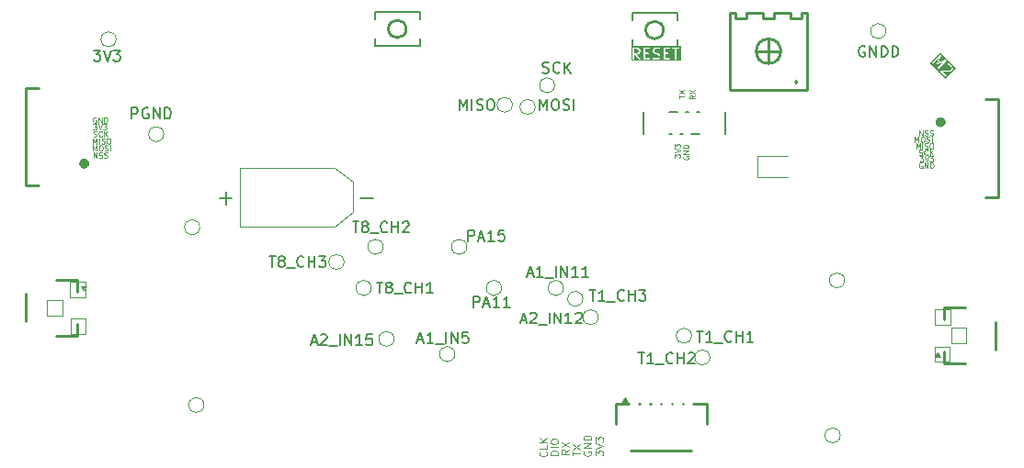
<source format=gbr>
%TF.GenerationSoftware,KiCad,Pcbnew,8.0.2*%
%TF.CreationDate,2024-06-10T22:47:20+08:00*%
%TF.ProjectId,bldcDriver,626c6463-4472-4697-9665-722e6b696361,rev?*%
%TF.SameCoordinates,Original*%
%TF.FileFunction,Legend,Top*%
%TF.FilePolarity,Positive*%
%FSLAX46Y46*%
G04 Gerber Fmt 4.6, Leading zero omitted, Abs format (unit mm)*
G04 Created by KiCad (PCBNEW 8.0.2) date 2024-06-10 22:47:20*
%MOMM*%
%LPD*%
G01*
G04 APERTURE LIST*
%ADD10C,0.150000*%
%ADD11C,0.100000*%
%ADD12C,0.120000*%
%ADD13C,0.254000*%
%ADD14C,0.152000*%
G04 APERTURE END LIST*
D10*
X94393922Y-60269819D02*
X94965350Y-60269819D01*
X94679636Y-61269819D02*
X94679636Y-60269819D01*
X95822493Y-61269819D02*
X95251065Y-61269819D01*
X95536779Y-61269819D02*
X95536779Y-60269819D01*
X95536779Y-60269819D02*
X95441541Y-60412676D01*
X95441541Y-60412676D02*
X95346303Y-60507914D01*
X95346303Y-60507914D02*
X95251065Y-60555533D01*
X96012970Y-61365057D02*
X96774874Y-61365057D01*
X97584398Y-61174580D02*
X97536779Y-61222200D01*
X97536779Y-61222200D02*
X97393922Y-61269819D01*
X97393922Y-61269819D02*
X97298684Y-61269819D01*
X97298684Y-61269819D02*
X97155827Y-61222200D01*
X97155827Y-61222200D02*
X97060589Y-61126961D01*
X97060589Y-61126961D02*
X97012970Y-61031723D01*
X97012970Y-61031723D02*
X96965351Y-60841247D01*
X96965351Y-60841247D02*
X96965351Y-60698390D01*
X96965351Y-60698390D02*
X97012970Y-60507914D01*
X97012970Y-60507914D02*
X97060589Y-60412676D01*
X97060589Y-60412676D02*
X97155827Y-60317438D01*
X97155827Y-60317438D02*
X97298684Y-60269819D01*
X97298684Y-60269819D02*
X97393922Y-60269819D01*
X97393922Y-60269819D02*
X97536779Y-60317438D01*
X97536779Y-60317438D02*
X97584398Y-60365057D01*
X98012970Y-61269819D02*
X98012970Y-60269819D01*
X98012970Y-60746009D02*
X98584398Y-60746009D01*
X98584398Y-61269819D02*
X98584398Y-60269819D01*
X99584398Y-61269819D02*
X99012970Y-61269819D01*
X99298684Y-61269819D02*
X99298684Y-60269819D01*
X99298684Y-60269819D02*
X99203446Y-60412676D01*
X99203446Y-60412676D02*
X99108208Y-60507914D01*
X99108208Y-60507914D02*
X99012970Y-60555533D01*
D11*
X114861027Y-44009800D02*
X114932455Y-44033609D01*
X114932455Y-44033609D02*
X115051503Y-44033609D01*
X115051503Y-44033609D02*
X115099122Y-44009800D01*
X115099122Y-44009800D02*
X115122931Y-43985990D01*
X115122931Y-43985990D02*
X115146741Y-43938371D01*
X115146741Y-43938371D02*
X115146741Y-43890752D01*
X115146741Y-43890752D02*
X115122931Y-43843133D01*
X115122931Y-43843133D02*
X115099122Y-43819323D01*
X115099122Y-43819323D02*
X115051503Y-43795514D01*
X115051503Y-43795514D02*
X114956265Y-43771704D01*
X114956265Y-43771704D02*
X114908646Y-43747895D01*
X114908646Y-43747895D02*
X114884836Y-43724085D01*
X114884836Y-43724085D02*
X114861027Y-43676466D01*
X114861027Y-43676466D02*
X114861027Y-43628847D01*
X114861027Y-43628847D02*
X114884836Y-43581228D01*
X114884836Y-43581228D02*
X114908646Y-43557419D01*
X114908646Y-43557419D02*
X114956265Y-43533609D01*
X114956265Y-43533609D02*
X115075312Y-43533609D01*
X115075312Y-43533609D02*
X115146741Y-43557419D01*
X115646740Y-43985990D02*
X115622931Y-44009800D01*
X115622931Y-44009800D02*
X115551502Y-44033609D01*
X115551502Y-44033609D02*
X115503883Y-44033609D01*
X115503883Y-44033609D02*
X115432455Y-44009800D01*
X115432455Y-44009800D02*
X115384836Y-43962180D01*
X115384836Y-43962180D02*
X115361026Y-43914561D01*
X115361026Y-43914561D02*
X115337217Y-43819323D01*
X115337217Y-43819323D02*
X115337217Y-43747895D01*
X115337217Y-43747895D02*
X115361026Y-43652657D01*
X115361026Y-43652657D02*
X115384836Y-43605038D01*
X115384836Y-43605038D02*
X115432455Y-43557419D01*
X115432455Y-43557419D02*
X115503883Y-43533609D01*
X115503883Y-43533609D02*
X115551502Y-43533609D01*
X115551502Y-43533609D02*
X115622931Y-43557419D01*
X115622931Y-43557419D02*
X115646740Y-43581228D01*
X115861026Y-44033609D02*
X115861026Y-43533609D01*
X116146740Y-44033609D02*
X115932455Y-43747895D01*
X116146740Y-43533609D02*
X115861026Y-43819323D01*
D10*
G36*
X118279009Y-36017491D02*
G01*
X117308701Y-36987798D01*
X116593136Y-36272233D01*
X116797410Y-36272233D01*
X116797410Y-36301496D01*
X116808608Y-36328533D01*
X116817936Y-36339898D01*
X117267033Y-36786958D01*
X117294069Y-36798157D01*
X117323332Y-36798157D01*
X117350368Y-36786958D01*
X117371061Y-36766266D01*
X117382260Y-36739229D01*
X117382260Y-36709966D01*
X117371061Y-36682930D01*
X117361734Y-36671565D01*
X117050307Y-36361550D01*
X117667292Y-36360470D01*
X117669710Y-36361276D01*
X117681397Y-36360445D01*
X117693723Y-36360424D01*
X117696211Y-36359393D01*
X117698901Y-36359202D01*
X117712632Y-36353947D01*
X117846084Y-36285758D01*
X117855446Y-36281881D01*
X117858370Y-36279481D01*
X117859762Y-36278770D01*
X117861058Y-36277274D01*
X117866811Y-36272554D01*
X117925642Y-36212158D01*
X117927104Y-36211428D01*
X117933193Y-36204406D01*
X117943481Y-36193846D01*
X117944511Y-36191357D01*
X117946278Y-36189321D01*
X117952272Y-36175895D01*
X117984700Y-36074611D01*
X117988352Y-36065795D01*
X117988720Y-36062054D01*
X117989204Y-36060544D01*
X117989063Y-36058569D01*
X117989793Y-36051163D01*
X117988594Y-35983006D01*
X117989204Y-35974438D01*
X117988380Y-35970817D01*
X117988352Y-35969187D01*
X117987593Y-35967356D01*
X117985944Y-35960101D01*
X117954680Y-35869901D01*
X117954680Y-35868173D01*
X117951007Y-35859307D01*
X117946278Y-35845661D01*
X117944512Y-35843625D01*
X117943482Y-35841137D01*
X117934154Y-35829771D01*
X117773006Y-35670450D01*
X117772012Y-35668462D01*
X117763726Y-35661276D01*
X117754430Y-35652085D01*
X117751939Y-35651053D01*
X117749904Y-35649288D01*
X117736479Y-35643294D01*
X117635198Y-35610867D01*
X117626379Y-35607214D01*
X117622637Y-35606845D01*
X117621127Y-35606362D01*
X117619152Y-35606502D01*
X117611747Y-35605773D01*
X117529772Y-35607214D01*
X117502736Y-35618413D01*
X117482044Y-35639105D01*
X117470845Y-35666141D01*
X117470845Y-35695405D01*
X117482044Y-35722441D01*
X117502736Y-35743133D01*
X117529772Y-35754332D01*
X117544404Y-35755773D01*
X117597155Y-35754845D01*
X117670801Y-35778425D01*
X117814976Y-35920964D01*
X117839954Y-35993030D01*
X117840720Y-36036571D01*
X117817062Y-36110463D01*
X117772147Y-36156572D01*
X117663881Y-36211891D01*
X116856337Y-36213306D01*
X116848418Y-36216585D01*
X116829301Y-36224504D01*
X116808609Y-36245197D01*
X116797410Y-36272233D01*
X116593136Y-36272233D01*
X115866990Y-35546087D01*
X115881621Y-35531456D01*
X116056631Y-35531456D01*
X116056631Y-35560718D01*
X116067830Y-35587755D01*
X116088522Y-35608447D01*
X116115559Y-35619646D01*
X116144821Y-35619646D01*
X116171858Y-35608447D01*
X116183223Y-35599120D01*
X116653048Y-35127958D01*
X116499743Y-35551912D01*
X116495078Y-35561910D01*
X116494932Y-35565216D01*
X116493792Y-35568371D01*
X116494292Y-35579758D01*
X116493792Y-35591145D01*
X116494931Y-35594278D01*
X116495078Y-35597606D01*
X116499895Y-35607929D01*
X116503793Y-35618647D01*
X116506044Y-35621105D01*
X116507453Y-35624124D01*
X116515858Y-35631822D01*
X116523557Y-35640228D01*
X116526575Y-35641636D01*
X116529034Y-35643888D01*
X116539751Y-35647785D01*
X116550075Y-35652603D01*
X116553402Y-35652749D01*
X116556536Y-35653889D01*
X116567923Y-35653388D01*
X116579310Y-35653889D01*
X116584035Y-35652679D01*
X116585771Y-35652603D01*
X116587516Y-35651788D01*
X116593554Y-35650243D01*
X117019036Y-35494656D01*
X116539235Y-35975823D01*
X116528036Y-36002860D01*
X116528036Y-36032122D01*
X116539235Y-36059159D01*
X116559927Y-36079851D01*
X116586964Y-36091050D01*
X116616226Y-36091050D01*
X116643263Y-36079851D01*
X116654628Y-36070524D01*
X117359950Y-35363195D01*
X117369172Y-35354750D01*
X117369876Y-35353241D01*
X117371062Y-35352052D01*
X117376045Y-35340020D01*
X117381547Y-35328232D01*
X117381620Y-35326562D01*
X117382261Y-35325016D01*
X117382261Y-35312000D01*
X117382833Y-35298997D01*
X117382261Y-35297424D01*
X117382261Y-35295753D01*
X117377284Y-35283738D01*
X117372832Y-35271495D01*
X117371701Y-35270260D01*
X117371062Y-35268717D01*
X117361867Y-35259522D01*
X117353068Y-35249914D01*
X117351551Y-35249206D01*
X117350369Y-35248024D01*
X117338345Y-35243043D01*
X117326550Y-35237539D01*
X117324879Y-35237465D01*
X117323333Y-35236825D01*
X117310318Y-35236825D01*
X117297315Y-35236253D01*
X117295080Y-35236825D01*
X117294070Y-35236825D01*
X117292435Y-35237501D01*
X117283071Y-35239899D01*
X116692477Y-35455861D01*
X116906121Y-34865041D01*
X116910856Y-34853612D01*
X116910856Y-34851948D01*
X116911428Y-34850367D01*
X116910856Y-34837363D01*
X116910856Y-34824349D01*
X116910215Y-34822802D01*
X116910142Y-34821132D01*
X116904637Y-34809336D01*
X116899657Y-34797313D01*
X116898474Y-34796130D01*
X116897767Y-34794614D01*
X116888158Y-34785814D01*
X116878964Y-34776620D01*
X116877420Y-34775980D01*
X116876186Y-34774850D01*
X116863942Y-34770397D01*
X116851928Y-34765421D01*
X116850257Y-34765421D01*
X116848684Y-34764849D01*
X116835681Y-34765421D01*
X116822665Y-34765421D01*
X116821118Y-34766061D01*
X116819449Y-34766135D01*
X116807660Y-34771636D01*
X116795629Y-34776620D01*
X116793846Y-34778082D01*
X116792931Y-34778510D01*
X116791735Y-34779815D01*
X116784264Y-34785947D01*
X116067830Y-35504419D01*
X116056631Y-35531456D01*
X115881621Y-35531456D01*
X116837297Y-34575779D01*
X118279009Y-36017491D01*
G37*
X72536779Y-39869819D02*
X72536779Y-38869819D01*
X72536779Y-38869819D02*
X72870112Y-39584104D01*
X72870112Y-39584104D02*
X73203445Y-38869819D01*
X73203445Y-38869819D02*
X73203445Y-39869819D01*
X73679636Y-39869819D02*
X73679636Y-38869819D01*
X74108207Y-39822200D02*
X74251064Y-39869819D01*
X74251064Y-39869819D02*
X74489159Y-39869819D01*
X74489159Y-39869819D02*
X74584397Y-39822200D01*
X74584397Y-39822200D02*
X74632016Y-39774580D01*
X74632016Y-39774580D02*
X74679635Y-39679342D01*
X74679635Y-39679342D02*
X74679635Y-39584104D01*
X74679635Y-39584104D02*
X74632016Y-39488866D01*
X74632016Y-39488866D02*
X74584397Y-39441247D01*
X74584397Y-39441247D02*
X74489159Y-39393628D01*
X74489159Y-39393628D02*
X74298683Y-39346009D01*
X74298683Y-39346009D02*
X74203445Y-39298390D01*
X74203445Y-39298390D02*
X74155826Y-39250771D01*
X74155826Y-39250771D02*
X74108207Y-39155533D01*
X74108207Y-39155533D02*
X74108207Y-39060295D01*
X74108207Y-39060295D02*
X74155826Y-38965057D01*
X74155826Y-38965057D02*
X74203445Y-38917438D01*
X74203445Y-38917438D02*
X74298683Y-38869819D01*
X74298683Y-38869819D02*
X74536778Y-38869819D01*
X74536778Y-38869819D02*
X74679635Y-38917438D01*
X75298683Y-38869819D02*
X75489159Y-38869819D01*
X75489159Y-38869819D02*
X75584397Y-38917438D01*
X75584397Y-38917438D02*
X75679635Y-39012676D01*
X75679635Y-39012676D02*
X75727254Y-39203152D01*
X75727254Y-39203152D02*
X75727254Y-39536485D01*
X75727254Y-39536485D02*
X75679635Y-39726961D01*
X75679635Y-39726961D02*
X75584397Y-39822200D01*
X75584397Y-39822200D02*
X75489159Y-39869819D01*
X75489159Y-39869819D02*
X75298683Y-39869819D01*
X75298683Y-39869819D02*
X75203445Y-39822200D01*
X75203445Y-39822200D02*
X75108207Y-39726961D01*
X75108207Y-39726961D02*
X75060588Y-39536485D01*
X75060588Y-39536485D02*
X75060588Y-39203152D01*
X75060588Y-39203152D02*
X75108207Y-39012676D01*
X75108207Y-39012676D02*
X75203445Y-38917438D01*
X75203445Y-38917438D02*
X75298683Y-38869819D01*
X78189160Y-59284104D02*
X78665350Y-59284104D01*
X78093922Y-59569819D02*
X78427255Y-58569819D01*
X78427255Y-58569819D02*
X78760588Y-59569819D01*
X79046303Y-58665057D02*
X79093922Y-58617438D01*
X79093922Y-58617438D02*
X79189160Y-58569819D01*
X79189160Y-58569819D02*
X79427255Y-58569819D01*
X79427255Y-58569819D02*
X79522493Y-58617438D01*
X79522493Y-58617438D02*
X79570112Y-58665057D01*
X79570112Y-58665057D02*
X79617731Y-58760295D01*
X79617731Y-58760295D02*
X79617731Y-58855533D01*
X79617731Y-58855533D02*
X79570112Y-58998390D01*
X79570112Y-58998390D02*
X78998684Y-59569819D01*
X78998684Y-59569819D02*
X79617731Y-59569819D01*
X79808208Y-59665057D02*
X80570112Y-59665057D01*
X80808208Y-59569819D02*
X80808208Y-58569819D01*
X81284398Y-59569819D02*
X81284398Y-58569819D01*
X81284398Y-58569819D02*
X81855826Y-59569819D01*
X81855826Y-59569819D02*
X81855826Y-58569819D01*
X82855826Y-59569819D02*
X82284398Y-59569819D01*
X82570112Y-59569819D02*
X82570112Y-58569819D01*
X82570112Y-58569819D02*
X82474874Y-58712676D01*
X82474874Y-58712676D02*
X82379636Y-58807914D01*
X82379636Y-58807914D02*
X82284398Y-58855533D01*
X83236779Y-58665057D02*
X83284398Y-58617438D01*
X83284398Y-58617438D02*
X83379636Y-58569819D01*
X83379636Y-58569819D02*
X83617731Y-58569819D01*
X83617731Y-58569819D02*
X83712969Y-58617438D01*
X83712969Y-58617438D02*
X83760588Y-58665057D01*
X83760588Y-58665057D02*
X83808207Y-58760295D01*
X83808207Y-58760295D02*
X83808207Y-58855533D01*
X83808207Y-58855533D02*
X83760588Y-58998390D01*
X83760588Y-58998390D02*
X83189160Y-59569819D01*
X83189160Y-59569819D02*
X83808207Y-59569819D01*
X73836779Y-58069819D02*
X73836779Y-57069819D01*
X73836779Y-57069819D02*
X74217731Y-57069819D01*
X74217731Y-57069819D02*
X74312969Y-57117438D01*
X74312969Y-57117438D02*
X74360588Y-57165057D01*
X74360588Y-57165057D02*
X74408207Y-57260295D01*
X74408207Y-57260295D02*
X74408207Y-57403152D01*
X74408207Y-57403152D02*
X74360588Y-57498390D01*
X74360588Y-57498390D02*
X74312969Y-57546009D01*
X74312969Y-57546009D02*
X74217731Y-57593628D01*
X74217731Y-57593628D02*
X73836779Y-57593628D01*
X74789160Y-57784104D02*
X75265350Y-57784104D01*
X74693922Y-58069819D02*
X75027255Y-57069819D01*
X75027255Y-57069819D02*
X75360588Y-58069819D01*
X76217731Y-58069819D02*
X75646303Y-58069819D01*
X75932017Y-58069819D02*
X75932017Y-57069819D01*
X75932017Y-57069819D02*
X75836779Y-57212676D01*
X75836779Y-57212676D02*
X75741541Y-57307914D01*
X75741541Y-57307914D02*
X75646303Y-57355533D01*
X77170112Y-58069819D02*
X76598684Y-58069819D01*
X76884398Y-58069819D02*
X76884398Y-57069819D01*
X76884398Y-57069819D02*
X76789160Y-57212676D01*
X76789160Y-57212676D02*
X76693922Y-57307914D01*
X76693922Y-57307914D02*
X76598684Y-57355533D01*
X88993922Y-62269819D02*
X89565350Y-62269819D01*
X89279636Y-63269819D02*
X89279636Y-62269819D01*
X90422493Y-63269819D02*
X89851065Y-63269819D01*
X90136779Y-63269819D02*
X90136779Y-62269819D01*
X90136779Y-62269819D02*
X90041541Y-62412676D01*
X90041541Y-62412676D02*
X89946303Y-62507914D01*
X89946303Y-62507914D02*
X89851065Y-62555533D01*
X90612970Y-63365057D02*
X91374874Y-63365057D01*
X92184398Y-63174580D02*
X92136779Y-63222200D01*
X92136779Y-63222200D02*
X91993922Y-63269819D01*
X91993922Y-63269819D02*
X91898684Y-63269819D01*
X91898684Y-63269819D02*
X91755827Y-63222200D01*
X91755827Y-63222200D02*
X91660589Y-63126961D01*
X91660589Y-63126961D02*
X91612970Y-63031723D01*
X91612970Y-63031723D02*
X91565351Y-62841247D01*
X91565351Y-62841247D02*
X91565351Y-62698390D01*
X91565351Y-62698390D02*
X91612970Y-62507914D01*
X91612970Y-62507914D02*
X91660589Y-62412676D01*
X91660589Y-62412676D02*
X91755827Y-62317438D01*
X91755827Y-62317438D02*
X91898684Y-62269819D01*
X91898684Y-62269819D02*
X91993922Y-62269819D01*
X91993922Y-62269819D02*
X92136779Y-62317438D01*
X92136779Y-62317438D02*
X92184398Y-62365057D01*
X92612970Y-63269819D02*
X92612970Y-62269819D01*
X92612970Y-62746009D02*
X93184398Y-62746009D01*
X93184398Y-63269819D02*
X93184398Y-62269819D01*
X93612970Y-62365057D02*
X93660589Y-62317438D01*
X93660589Y-62317438D02*
X93755827Y-62269819D01*
X93755827Y-62269819D02*
X93993922Y-62269819D01*
X93993922Y-62269819D02*
X94089160Y-62317438D01*
X94089160Y-62317438D02*
X94136779Y-62365057D01*
X94136779Y-62365057D02*
X94184398Y-62460295D01*
X94184398Y-62460295D02*
X94184398Y-62555533D01*
X94184398Y-62555533D02*
X94136779Y-62698390D01*
X94136779Y-62698390D02*
X93565351Y-63269819D01*
X93565351Y-63269819D02*
X94184398Y-63269819D01*
D11*
X92733609Y-38786591D02*
X92733609Y-38500877D01*
X93233609Y-38643734D02*
X92733609Y-38643734D01*
X92733609Y-38381830D02*
X93233609Y-38048497D01*
X92733609Y-38048497D02*
X93233609Y-38381830D01*
X38787217Y-41183609D02*
X39096741Y-41183609D01*
X39096741Y-41183609D02*
X38930074Y-41374085D01*
X38930074Y-41374085D02*
X39001503Y-41374085D01*
X39001503Y-41374085D02*
X39049122Y-41397895D01*
X39049122Y-41397895D02*
X39072931Y-41421704D01*
X39072931Y-41421704D02*
X39096741Y-41469323D01*
X39096741Y-41469323D02*
X39096741Y-41588371D01*
X39096741Y-41588371D02*
X39072931Y-41635990D01*
X39072931Y-41635990D02*
X39049122Y-41659800D01*
X39049122Y-41659800D02*
X39001503Y-41683609D01*
X39001503Y-41683609D02*
X38858646Y-41683609D01*
X38858646Y-41683609D02*
X38811027Y-41659800D01*
X38811027Y-41659800D02*
X38787217Y-41635990D01*
X39239598Y-41183609D02*
X39406264Y-41683609D01*
X39406264Y-41683609D02*
X39572931Y-41183609D01*
X39691978Y-41183609D02*
X40001502Y-41183609D01*
X40001502Y-41183609D02*
X39834835Y-41374085D01*
X39834835Y-41374085D02*
X39906264Y-41374085D01*
X39906264Y-41374085D02*
X39953883Y-41397895D01*
X39953883Y-41397895D02*
X39977692Y-41421704D01*
X39977692Y-41421704D02*
X40001502Y-41469323D01*
X40001502Y-41469323D02*
X40001502Y-41588371D01*
X40001502Y-41588371D02*
X39977692Y-41635990D01*
X39977692Y-41635990D02*
X39953883Y-41659800D01*
X39953883Y-41659800D02*
X39906264Y-41683609D01*
X39906264Y-41683609D02*
X39763407Y-41683609D01*
X39763407Y-41683609D02*
X39715788Y-41659800D01*
X39715788Y-41659800D02*
X39691978Y-41635990D01*
D10*
X64893922Y-55769819D02*
X65465350Y-55769819D01*
X65179636Y-56769819D02*
X65179636Y-55769819D01*
X65941541Y-56198390D02*
X65846303Y-56150771D01*
X65846303Y-56150771D02*
X65798684Y-56103152D01*
X65798684Y-56103152D02*
X65751065Y-56007914D01*
X65751065Y-56007914D02*
X65751065Y-55960295D01*
X65751065Y-55960295D02*
X65798684Y-55865057D01*
X65798684Y-55865057D02*
X65846303Y-55817438D01*
X65846303Y-55817438D02*
X65941541Y-55769819D01*
X65941541Y-55769819D02*
X66132017Y-55769819D01*
X66132017Y-55769819D02*
X66227255Y-55817438D01*
X66227255Y-55817438D02*
X66274874Y-55865057D01*
X66274874Y-55865057D02*
X66322493Y-55960295D01*
X66322493Y-55960295D02*
X66322493Y-56007914D01*
X66322493Y-56007914D02*
X66274874Y-56103152D01*
X66274874Y-56103152D02*
X66227255Y-56150771D01*
X66227255Y-56150771D02*
X66132017Y-56198390D01*
X66132017Y-56198390D02*
X65941541Y-56198390D01*
X65941541Y-56198390D02*
X65846303Y-56246009D01*
X65846303Y-56246009D02*
X65798684Y-56293628D01*
X65798684Y-56293628D02*
X65751065Y-56388866D01*
X65751065Y-56388866D02*
X65751065Y-56579342D01*
X65751065Y-56579342D02*
X65798684Y-56674580D01*
X65798684Y-56674580D02*
X65846303Y-56722200D01*
X65846303Y-56722200D02*
X65941541Y-56769819D01*
X65941541Y-56769819D02*
X66132017Y-56769819D01*
X66132017Y-56769819D02*
X66227255Y-56722200D01*
X66227255Y-56722200D02*
X66274874Y-56674580D01*
X66274874Y-56674580D02*
X66322493Y-56579342D01*
X66322493Y-56579342D02*
X66322493Y-56388866D01*
X66322493Y-56388866D02*
X66274874Y-56293628D01*
X66274874Y-56293628D02*
X66227255Y-56246009D01*
X66227255Y-56246009D02*
X66132017Y-56198390D01*
X66512970Y-56865057D02*
X67274874Y-56865057D01*
X68084398Y-56674580D02*
X68036779Y-56722200D01*
X68036779Y-56722200D02*
X67893922Y-56769819D01*
X67893922Y-56769819D02*
X67798684Y-56769819D01*
X67798684Y-56769819D02*
X67655827Y-56722200D01*
X67655827Y-56722200D02*
X67560589Y-56626961D01*
X67560589Y-56626961D02*
X67512970Y-56531723D01*
X67512970Y-56531723D02*
X67465351Y-56341247D01*
X67465351Y-56341247D02*
X67465351Y-56198390D01*
X67465351Y-56198390D02*
X67512970Y-56007914D01*
X67512970Y-56007914D02*
X67560589Y-55912676D01*
X67560589Y-55912676D02*
X67655827Y-55817438D01*
X67655827Y-55817438D02*
X67798684Y-55769819D01*
X67798684Y-55769819D02*
X67893922Y-55769819D01*
X67893922Y-55769819D02*
X68036779Y-55817438D01*
X68036779Y-55817438D02*
X68084398Y-55865057D01*
X68512970Y-56769819D02*
X68512970Y-55769819D01*
X68512970Y-56246009D02*
X69084398Y-56246009D01*
X69084398Y-56769819D02*
X69084398Y-55769819D01*
X70084398Y-56769819D02*
X69512970Y-56769819D01*
X69798684Y-56769819D02*
X69798684Y-55769819D01*
X69798684Y-55769819D02*
X69703446Y-55912676D01*
X69703446Y-55912676D02*
X69608208Y-56007914D01*
X69608208Y-56007914D02*
X69512970Y-56055533D01*
D11*
X82951633Y-71747544D02*
X82951633Y-71347544D01*
X83651633Y-71547544D02*
X82951633Y-71547544D01*
X82951633Y-71180878D02*
X83651633Y-70714211D01*
X82951633Y-70714211D02*
X83651633Y-71180878D01*
D10*
X58889160Y-61284104D02*
X59365350Y-61284104D01*
X58793922Y-61569819D02*
X59127255Y-60569819D01*
X59127255Y-60569819D02*
X59460588Y-61569819D01*
X59746303Y-60665057D02*
X59793922Y-60617438D01*
X59793922Y-60617438D02*
X59889160Y-60569819D01*
X59889160Y-60569819D02*
X60127255Y-60569819D01*
X60127255Y-60569819D02*
X60222493Y-60617438D01*
X60222493Y-60617438D02*
X60270112Y-60665057D01*
X60270112Y-60665057D02*
X60317731Y-60760295D01*
X60317731Y-60760295D02*
X60317731Y-60855533D01*
X60317731Y-60855533D02*
X60270112Y-60998390D01*
X60270112Y-60998390D02*
X59698684Y-61569819D01*
X59698684Y-61569819D02*
X60317731Y-61569819D01*
X60508208Y-61665057D02*
X61270112Y-61665057D01*
X61508208Y-61569819D02*
X61508208Y-60569819D01*
X61984398Y-61569819D02*
X61984398Y-60569819D01*
X61984398Y-60569819D02*
X62555826Y-61569819D01*
X62555826Y-61569819D02*
X62555826Y-60569819D01*
X63555826Y-61569819D02*
X62984398Y-61569819D01*
X63270112Y-61569819D02*
X63270112Y-60569819D01*
X63270112Y-60569819D02*
X63174874Y-60712676D01*
X63174874Y-60712676D02*
X63079636Y-60807914D01*
X63079636Y-60807914D02*
X62984398Y-60855533D01*
X64460588Y-60569819D02*
X63984398Y-60569819D01*
X63984398Y-60569819D02*
X63936779Y-61046009D01*
X63936779Y-61046009D02*
X63984398Y-60998390D01*
X63984398Y-60998390D02*
X64079636Y-60950771D01*
X64079636Y-60950771D02*
X64317731Y-60950771D01*
X64317731Y-60950771D02*
X64412969Y-60998390D01*
X64412969Y-60998390D02*
X64460588Y-61046009D01*
X64460588Y-61046009D02*
X64508207Y-61141247D01*
X64508207Y-61141247D02*
X64508207Y-61379342D01*
X64508207Y-61379342D02*
X64460588Y-61474580D01*
X64460588Y-61474580D02*
X64412969Y-61522200D01*
X64412969Y-61522200D02*
X64317731Y-61569819D01*
X64317731Y-61569819D02*
X64079636Y-61569819D01*
X64079636Y-61569819D02*
X63984398Y-61522200D01*
X63984398Y-61522200D02*
X63936779Y-61474580D01*
D11*
X115146741Y-44757419D02*
X115099122Y-44733609D01*
X115099122Y-44733609D02*
X115027693Y-44733609D01*
X115027693Y-44733609D02*
X114956265Y-44757419D01*
X114956265Y-44757419D02*
X114908646Y-44805038D01*
X114908646Y-44805038D02*
X114884836Y-44852657D01*
X114884836Y-44852657D02*
X114861027Y-44947895D01*
X114861027Y-44947895D02*
X114861027Y-45019323D01*
X114861027Y-45019323D02*
X114884836Y-45114561D01*
X114884836Y-45114561D02*
X114908646Y-45162180D01*
X114908646Y-45162180D02*
X114956265Y-45209800D01*
X114956265Y-45209800D02*
X115027693Y-45233609D01*
X115027693Y-45233609D02*
X115075312Y-45233609D01*
X115075312Y-45233609D02*
X115146741Y-45209800D01*
X115146741Y-45209800D02*
X115170550Y-45185990D01*
X115170550Y-45185990D02*
X115170550Y-45019323D01*
X115170550Y-45019323D02*
X115075312Y-45019323D01*
X115384836Y-45233609D02*
X115384836Y-44733609D01*
X115384836Y-44733609D02*
X115670550Y-45233609D01*
X115670550Y-45233609D02*
X115670550Y-44733609D01*
X115908646Y-45233609D02*
X115908646Y-44733609D01*
X115908646Y-44733609D02*
X116027694Y-44733609D01*
X116027694Y-44733609D02*
X116099122Y-44757419D01*
X116099122Y-44757419D02*
X116146741Y-44805038D01*
X116146741Y-44805038D02*
X116170551Y-44852657D01*
X116170551Y-44852657D02*
X116194360Y-44947895D01*
X116194360Y-44947895D02*
X116194360Y-45019323D01*
X116194360Y-45019323D02*
X116170551Y-45114561D01*
X116170551Y-45114561D02*
X116146741Y-45162180D01*
X116146741Y-45162180D02*
X116099122Y-45209800D01*
X116099122Y-45209800D02*
X116027694Y-45233609D01*
X116027694Y-45233609D02*
X115908646Y-45233609D01*
D10*
X73336779Y-51969819D02*
X73336779Y-50969819D01*
X73336779Y-50969819D02*
X73717731Y-50969819D01*
X73717731Y-50969819D02*
X73812969Y-51017438D01*
X73812969Y-51017438D02*
X73860588Y-51065057D01*
X73860588Y-51065057D02*
X73908207Y-51160295D01*
X73908207Y-51160295D02*
X73908207Y-51303152D01*
X73908207Y-51303152D02*
X73860588Y-51398390D01*
X73860588Y-51398390D02*
X73812969Y-51446009D01*
X73812969Y-51446009D02*
X73717731Y-51493628D01*
X73717731Y-51493628D02*
X73336779Y-51493628D01*
X74289160Y-51684104D02*
X74765350Y-51684104D01*
X74193922Y-51969819D02*
X74527255Y-50969819D01*
X74527255Y-50969819D02*
X74860588Y-51969819D01*
X75717731Y-51969819D02*
X75146303Y-51969819D01*
X75432017Y-51969819D02*
X75432017Y-50969819D01*
X75432017Y-50969819D02*
X75336779Y-51112676D01*
X75336779Y-51112676D02*
X75241541Y-51207914D01*
X75241541Y-51207914D02*
X75146303Y-51255533D01*
X76622493Y-50969819D02*
X76146303Y-50969819D01*
X76146303Y-50969819D02*
X76098684Y-51446009D01*
X76098684Y-51446009D02*
X76146303Y-51398390D01*
X76146303Y-51398390D02*
X76241541Y-51350771D01*
X76241541Y-51350771D02*
X76479636Y-51350771D01*
X76479636Y-51350771D02*
X76574874Y-51398390D01*
X76574874Y-51398390D02*
X76622493Y-51446009D01*
X76622493Y-51446009D02*
X76670112Y-51541247D01*
X76670112Y-51541247D02*
X76670112Y-51779342D01*
X76670112Y-51779342D02*
X76622493Y-51874580D01*
X76622493Y-51874580D02*
X76574874Y-51922200D01*
X76574874Y-51922200D02*
X76479636Y-51969819D01*
X76479636Y-51969819D02*
X76241541Y-51969819D01*
X76241541Y-51969819D02*
X76146303Y-51922200D01*
X76146303Y-51922200D02*
X76098684Y-51874580D01*
D11*
X85051633Y-71764211D02*
X85051633Y-71330877D01*
X85051633Y-71330877D02*
X85318300Y-71564211D01*
X85318300Y-71564211D02*
X85318300Y-71464211D01*
X85318300Y-71464211D02*
X85351633Y-71397544D01*
X85351633Y-71397544D02*
X85384966Y-71364211D01*
X85384966Y-71364211D02*
X85451633Y-71330877D01*
X85451633Y-71330877D02*
X85618300Y-71330877D01*
X85618300Y-71330877D02*
X85684966Y-71364211D01*
X85684966Y-71364211D02*
X85718300Y-71397544D01*
X85718300Y-71397544D02*
X85751633Y-71464211D01*
X85751633Y-71464211D02*
X85751633Y-71664211D01*
X85751633Y-71664211D02*
X85718300Y-71730877D01*
X85718300Y-71730877D02*
X85684966Y-71764211D01*
X85051633Y-71130877D02*
X85751633Y-70897544D01*
X85751633Y-70897544D02*
X85051633Y-70664210D01*
X85051633Y-70497544D02*
X85051633Y-70064210D01*
X85051633Y-70064210D02*
X85318300Y-70297544D01*
X85318300Y-70297544D02*
X85318300Y-70197544D01*
X85318300Y-70197544D02*
X85351633Y-70130877D01*
X85351633Y-70130877D02*
X85384966Y-70097544D01*
X85384966Y-70097544D02*
X85451633Y-70064210D01*
X85451633Y-70064210D02*
X85618300Y-70064210D01*
X85618300Y-70064210D02*
X85684966Y-70097544D01*
X85684966Y-70097544D02*
X85718300Y-70130877D01*
X85718300Y-70130877D02*
X85751633Y-70197544D01*
X85751633Y-70197544D02*
X85751633Y-70397544D01*
X85751633Y-70397544D02*
X85718300Y-70464210D01*
X85718300Y-70464210D02*
X85684966Y-70497544D01*
X92333609Y-44262782D02*
X92333609Y-43953258D01*
X92333609Y-43953258D02*
X92524085Y-44119925D01*
X92524085Y-44119925D02*
X92524085Y-44048496D01*
X92524085Y-44048496D02*
X92547895Y-44000877D01*
X92547895Y-44000877D02*
X92571704Y-43977068D01*
X92571704Y-43977068D02*
X92619323Y-43953258D01*
X92619323Y-43953258D02*
X92738371Y-43953258D01*
X92738371Y-43953258D02*
X92785990Y-43977068D01*
X92785990Y-43977068D02*
X92809800Y-44000877D01*
X92809800Y-44000877D02*
X92833609Y-44048496D01*
X92833609Y-44048496D02*
X92833609Y-44191353D01*
X92833609Y-44191353D02*
X92809800Y-44238972D01*
X92809800Y-44238972D02*
X92785990Y-44262782D01*
X92333609Y-43810401D02*
X92833609Y-43643735D01*
X92833609Y-43643735D02*
X92333609Y-43477068D01*
X92333609Y-43358021D02*
X92333609Y-43048497D01*
X92333609Y-43048497D02*
X92524085Y-43215164D01*
X92524085Y-43215164D02*
X92524085Y-43143735D01*
X92524085Y-43143735D02*
X92547895Y-43096116D01*
X92547895Y-43096116D02*
X92571704Y-43072307D01*
X92571704Y-43072307D02*
X92619323Y-43048497D01*
X92619323Y-43048497D02*
X92738371Y-43048497D01*
X92738371Y-43048497D02*
X92785990Y-43072307D01*
X92785990Y-43072307D02*
X92809800Y-43096116D01*
X92809800Y-43096116D02*
X92833609Y-43143735D01*
X92833609Y-43143735D02*
X92833609Y-43286592D01*
X92833609Y-43286592D02*
X92809800Y-43334211D01*
X92809800Y-43334211D02*
X92785990Y-43358021D01*
D10*
X54993922Y-53369819D02*
X55565350Y-53369819D01*
X55279636Y-54369819D02*
X55279636Y-53369819D01*
X56041541Y-53798390D02*
X55946303Y-53750771D01*
X55946303Y-53750771D02*
X55898684Y-53703152D01*
X55898684Y-53703152D02*
X55851065Y-53607914D01*
X55851065Y-53607914D02*
X55851065Y-53560295D01*
X55851065Y-53560295D02*
X55898684Y-53465057D01*
X55898684Y-53465057D02*
X55946303Y-53417438D01*
X55946303Y-53417438D02*
X56041541Y-53369819D01*
X56041541Y-53369819D02*
X56232017Y-53369819D01*
X56232017Y-53369819D02*
X56327255Y-53417438D01*
X56327255Y-53417438D02*
X56374874Y-53465057D01*
X56374874Y-53465057D02*
X56422493Y-53560295D01*
X56422493Y-53560295D02*
X56422493Y-53607914D01*
X56422493Y-53607914D02*
X56374874Y-53703152D01*
X56374874Y-53703152D02*
X56327255Y-53750771D01*
X56327255Y-53750771D02*
X56232017Y-53798390D01*
X56232017Y-53798390D02*
X56041541Y-53798390D01*
X56041541Y-53798390D02*
X55946303Y-53846009D01*
X55946303Y-53846009D02*
X55898684Y-53893628D01*
X55898684Y-53893628D02*
X55851065Y-53988866D01*
X55851065Y-53988866D02*
X55851065Y-54179342D01*
X55851065Y-54179342D02*
X55898684Y-54274580D01*
X55898684Y-54274580D02*
X55946303Y-54322200D01*
X55946303Y-54322200D02*
X56041541Y-54369819D01*
X56041541Y-54369819D02*
X56232017Y-54369819D01*
X56232017Y-54369819D02*
X56327255Y-54322200D01*
X56327255Y-54322200D02*
X56374874Y-54274580D01*
X56374874Y-54274580D02*
X56422493Y-54179342D01*
X56422493Y-54179342D02*
X56422493Y-53988866D01*
X56422493Y-53988866D02*
X56374874Y-53893628D01*
X56374874Y-53893628D02*
X56327255Y-53846009D01*
X56327255Y-53846009D02*
X56232017Y-53798390D01*
X56612970Y-54465057D02*
X57374874Y-54465057D01*
X58184398Y-54274580D02*
X58136779Y-54322200D01*
X58136779Y-54322200D02*
X57993922Y-54369819D01*
X57993922Y-54369819D02*
X57898684Y-54369819D01*
X57898684Y-54369819D02*
X57755827Y-54322200D01*
X57755827Y-54322200D02*
X57660589Y-54226961D01*
X57660589Y-54226961D02*
X57612970Y-54131723D01*
X57612970Y-54131723D02*
X57565351Y-53941247D01*
X57565351Y-53941247D02*
X57565351Y-53798390D01*
X57565351Y-53798390D02*
X57612970Y-53607914D01*
X57612970Y-53607914D02*
X57660589Y-53512676D01*
X57660589Y-53512676D02*
X57755827Y-53417438D01*
X57755827Y-53417438D02*
X57898684Y-53369819D01*
X57898684Y-53369819D02*
X57993922Y-53369819D01*
X57993922Y-53369819D02*
X58136779Y-53417438D01*
X58136779Y-53417438D02*
X58184398Y-53465057D01*
X58612970Y-54369819D02*
X58612970Y-53369819D01*
X58612970Y-53846009D02*
X59184398Y-53846009D01*
X59184398Y-54369819D02*
X59184398Y-53369819D01*
X59565351Y-53369819D02*
X60184398Y-53369819D01*
X60184398Y-53369819D02*
X59851065Y-53750771D01*
X59851065Y-53750771D02*
X59993922Y-53750771D01*
X59993922Y-53750771D02*
X60089160Y-53798390D01*
X60089160Y-53798390D02*
X60136779Y-53846009D01*
X60136779Y-53846009D02*
X60184398Y-53941247D01*
X60184398Y-53941247D02*
X60184398Y-54179342D01*
X60184398Y-54179342D02*
X60136779Y-54274580D01*
X60136779Y-54274580D02*
X60089160Y-54322200D01*
X60089160Y-54322200D02*
X59993922Y-54369819D01*
X59993922Y-54369819D02*
X59708208Y-54369819D01*
X59708208Y-54369819D02*
X59612970Y-54322200D01*
X59612970Y-54322200D02*
X59565351Y-54274580D01*
X109860588Y-34017438D02*
X109765350Y-33969819D01*
X109765350Y-33969819D02*
X109622493Y-33969819D01*
X109622493Y-33969819D02*
X109479636Y-34017438D01*
X109479636Y-34017438D02*
X109384398Y-34112676D01*
X109384398Y-34112676D02*
X109336779Y-34207914D01*
X109336779Y-34207914D02*
X109289160Y-34398390D01*
X109289160Y-34398390D02*
X109289160Y-34541247D01*
X109289160Y-34541247D02*
X109336779Y-34731723D01*
X109336779Y-34731723D02*
X109384398Y-34826961D01*
X109384398Y-34826961D02*
X109479636Y-34922200D01*
X109479636Y-34922200D02*
X109622493Y-34969819D01*
X109622493Y-34969819D02*
X109717731Y-34969819D01*
X109717731Y-34969819D02*
X109860588Y-34922200D01*
X109860588Y-34922200D02*
X109908207Y-34874580D01*
X109908207Y-34874580D02*
X109908207Y-34541247D01*
X109908207Y-34541247D02*
X109717731Y-34541247D01*
X110336779Y-34969819D02*
X110336779Y-33969819D01*
X110336779Y-33969819D02*
X110908207Y-34969819D01*
X110908207Y-34969819D02*
X110908207Y-33969819D01*
X111384398Y-34969819D02*
X111384398Y-33969819D01*
X111384398Y-33969819D02*
X111622493Y-33969819D01*
X111622493Y-33969819D02*
X111765350Y-34017438D01*
X111765350Y-34017438D02*
X111860588Y-34112676D01*
X111860588Y-34112676D02*
X111908207Y-34207914D01*
X111908207Y-34207914D02*
X111955826Y-34398390D01*
X111955826Y-34398390D02*
X111955826Y-34541247D01*
X111955826Y-34541247D02*
X111908207Y-34731723D01*
X111908207Y-34731723D02*
X111860588Y-34826961D01*
X111860588Y-34826961D02*
X111765350Y-34922200D01*
X111765350Y-34922200D02*
X111622493Y-34969819D01*
X111622493Y-34969819D02*
X111384398Y-34969819D01*
X112384398Y-34969819D02*
X112384398Y-33969819D01*
X112384398Y-33969819D02*
X112622493Y-33969819D01*
X112622493Y-33969819D02*
X112765350Y-34017438D01*
X112765350Y-34017438D02*
X112860588Y-34112676D01*
X112860588Y-34112676D02*
X112908207Y-34207914D01*
X112908207Y-34207914D02*
X112955826Y-34398390D01*
X112955826Y-34398390D02*
X112955826Y-34541247D01*
X112955826Y-34541247D02*
X112908207Y-34731723D01*
X112908207Y-34731723D02*
X112860588Y-34826961D01*
X112860588Y-34826961D02*
X112765350Y-34922200D01*
X112765350Y-34922200D02*
X112622493Y-34969819D01*
X112622493Y-34969819D02*
X112384398Y-34969819D01*
D11*
X82601633Y-71197544D02*
X82268300Y-71430877D01*
X82601633Y-71597544D02*
X81901633Y-71597544D01*
X81901633Y-71597544D02*
X81901633Y-71330877D01*
X81901633Y-71330877D02*
X81934966Y-71264211D01*
X81934966Y-71264211D02*
X81968300Y-71230877D01*
X81968300Y-71230877D02*
X82034966Y-71197544D01*
X82034966Y-71197544D02*
X82134966Y-71197544D01*
X82134966Y-71197544D02*
X82201633Y-71230877D01*
X82201633Y-71230877D02*
X82234966Y-71264211D01*
X82234966Y-71264211D02*
X82268300Y-71330877D01*
X82268300Y-71330877D02*
X82268300Y-71597544D01*
X81901633Y-70964211D02*
X82601633Y-70497544D01*
X81901633Y-70497544D02*
X82601633Y-70964211D01*
X81624672Y-71697544D02*
X80924672Y-71697544D01*
X80924672Y-71697544D02*
X80924672Y-71530877D01*
X80924672Y-71530877D02*
X80958005Y-71430877D01*
X80958005Y-71430877D02*
X81024672Y-71364211D01*
X81024672Y-71364211D02*
X81091339Y-71330877D01*
X81091339Y-71330877D02*
X81224672Y-71297544D01*
X81224672Y-71297544D02*
X81324672Y-71297544D01*
X81324672Y-71297544D02*
X81458005Y-71330877D01*
X81458005Y-71330877D02*
X81524672Y-71364211D01*
X81524672Y-71364211D02*
X81591339Y-71430877D01*
X81591339Y-71430877D02*
X81624672Y-71530877D01*
X81624672Y-71530877D02*
X81624672Y-71697544D01*
X81624672Y-70997544D02*
X80924672Y-70997544D01*
X80924672Y-70530878D02*
X80924672Y-70397544D01*
X80924672Y-70397544D02*
X80958005Y-70330878D01*
X80958005Y-70330878D02*
X81024672Y-70264211D01*
X81024672Y-70264211D02*
X81158005Y-70230878D01*
X81158005Y-70230878D02*
X81391339Y-70230878D01*
X81391339Y-70230878D02*
X81524672Y-70264211D01*
X81524672Y-70264211D02*
X81591339Y-70330878D01*
X81591339Y-70330878D02*
X81624672Y-70397544D01*
X81624672Y-70397544D02*
X81624672Y-70530878D01*
X81624672Y-70530878D02*
X81591339Y-70597544D01*
X81591339Y-70597544D02*
X81524672Y-70664211D01*
X81524672Y-70664211D02*
X81391339Y-70697544D01*
X81391339Y-70697544D02*
X81158005Y-70697544D01*
X81158005Y-70697544D02*
X81024672Y-70664211D01*
X81024672Y-70664211D02*
X80958005Y-70597544D01*
X80958005Y-70597544D02*
X80924672Y-70530878D01*
D10*
X38841541Y-34369819D02*
X39460588Y-34369819D01*
X39460588Y-34369819D02*
X39127255Y-34750771D01*
X39127255Y-34750771D02*
X39270112Y-34750771D01*
X39270112Y-34750771D02*
X39365350Y-34798390D01*
X39365350Y-34798390D02*
X39412969Y-34846009D01*
X39412969Y-34846009D02*
X39460588Y-34941247D01*
X39460588Y-34941247D02*
X39460588Y-35179342D01*
X39460588Y-35179342D02*
X39412969Y-35274580D01*
X39412969Y-35274580D02*
X39365350Y-35322200D01*
X39365350Y-35322200D02*
X39270112Y-35369819D01*
X39270112Y-35369819D02*
X38984398Y-35369819D01*
X38984398Y-35369819D02*
X38889160Y-35322200D01*
X38889160Y-35322200D02*
X38841541Y-35274580D01*
X39746303Y-34369819D02*
X40079636Y-35369819D01*
X40079636Y-35369819D02*
X40412969Y-34369819D01*
X40651065Y-34369819D02*
X41270112Y-34369819D01*
X41270112Y-34369819D02*
X40936779Y-34750771D01*
X40936779Y-34750771D02*
X41079636Y-34750771D01*
X41079636Y-34750771D02*
X41174874Y-34798390D01*
X41174874Y-34798390D02*
X41222493Y-34846009D01*
X41222493Y-34846009D02*
X41270112Y-34941247D01*
X41270112Y-34941247D02*
X41270112Y-35179342D01*
X41270112Y-35179342D02*
X41222493Y-35274580D01*
X41222493Y-35274580D02*
X41174874Y-35322200D01*
X41174874Y-35322200D02*
X41079636Y-35369819D01*
X41079636Y-35369819D02*
X40793922Y-35369819D01*
X40793922Y-35369819D02*
X40698684Y-35322200D01*
X40698684Y-35322200D02*
X40651065Y-35274580D01*
X84493922Y-56469819D02*
X85065350Y-56469819D01*
X84779636Y-57469819D02*
X84779636Y-56469819D01*
X85922493Y-57469819D02*
X85351065Y-57469819D01*
X85636779Y-57469819D02*
X85636779Y-56469819D01*
X85636779Y-56469819D02*
X85541541Y-56612676D01*
X85541541Y-56612676D02*
X85446303Y-56707914D01*
X85446303Y-56707914D02*
X85351065Y-56755533D01*
X86112970Y-57565057D02*
X86874874Y-57565057D01*
X87684398Y-57374580D02*
X87636779Y-57422200D01*
X87636779Y-57422200D02*
X87493922Y-57469819D01*
X87493922Y-57469819D02*
X87398684Y-57469819D01*
X87398684Y-57469819D02*
X87255827Y-57422200D01*
X87255827Y-57422200D02*
X87160589Y-57326961D01*
X87160589Y-57326961D02*
X87112970Y-57231723D01*
X87112970Y-57231723D02*
X87065351Y-57041247D01*
X87065351Y-57041247D02*
X87065351Y-56898390D01*
X87065351Y-56898390D02*
X87112970Y-56707914D01*
X87112970Y-56707914D02*
X87160589Y-56612676D01*
X87160589Y-56612676D02*
X87255827Y-56517438D01*
X87255827Y-56517438D02*
X87398684Y-56469819D01*
X87398684Y-56469819D02*
X87493922Y-56469819D01*
X87493922Y-56469819D02*
X87636779Y-56517438D01*
X87636779Y-56517438D02*
X87684398Y-56565057D01*
X88112970Y-57469819D02*
X88112970Y-56469819D01*
X88112970Y-56946009D02*
X88684398Y-56946009D01*
X88684398Y-57469819D02*
X88684398Y-56469819D01*
X89065351Y-56469819D02*
X89684398Y-56469819D01*
X89684398Y-56469819D02*
X89351065Y-56850771D01*
X89351065Y-56850771D02*
X89493922Y-56850771D01*
X89493922Y-56850771D02*
X89589160Y-56898390D01*
X89589160Y-56898390D02*
X89636779Y-56946009D01*
X89636779Y-56946009D02*
X89684398Y-57041247D01*
X89684398Y-57041247D02*
X89684398Y-57279342D01*
X89684398Y-57279342D02*
X89636779Y-57374580D01*
X89636779Y-57374580D02*
X89589160Y-57422200D01*
X89589160Y-57422200D02*
X89493922Y-57469819D01*
X89493922Y-57469819D02*
X89208208Y-57469819D01*
X89208208Y-57469819D02*
X89112970Y-57422200D01*
X89112970Y-57422200D02*
X89065351Y-57374580D01*
D11*
X114484836Y-42833609D02*
X114484836Y-42333609D01*
X114484836Y-42333609D02*
X114651503Y-42690752D01*
X114651503Y-42690752D02*
X114818169Y-42333609D01*
X114818169Y-42333609D02*
X114818169Y-42833609D01*
X115151503Y-42333609D02*
X115246741Y-42333609D01*
X115246741Y-42333609D02*
X115294360Y-42357419D01*
X115294360Y-42357419D02*
X115341979Y-42405038D01*
X115341979Y-42405038D02*
X115365789Y-42500276D01*
X115365789Y-42500276D02*
X115365789Y-42666942D01*
X115365789Y-42666942D02*
X115341979Y-42762180D01*
X115341979Y-42762180D02*
X115294360Y-42809800D01*
X115294360Y-42809800D02*
X115246741Y-42833609D01*
X115246741Y-42833609D02*
X115151503Y-42833609D01*
X115151503Y-42833609D02*
X115103884Y-42809800D01*
X115103884Y-42809800D02*
X115056265Y-42762180D01*
X115056265Y-42762180D02*
X115032456Y-42666942D01*
X115032456Y-42666942D02*
X115032456Y-42500276D01*
X115032456Y-42500276D02*
X115056265Y-42405038D01*
X115056265Y-42405038D02*
X115103884Y-42357419D01*
X115103884Y-42357419D02*
X115151503Y-42333609D01*
X115556266Y-42809800D02*
X115627694Y-42833609D01*
X115627694Y-42833609D02*
X115746742Y-42833609D01*
X115746742Y-42833609D02*
X115794361Y-42809800D01*
X115794361Y-42809800D02*
X115818170Y-42785990D01*
X115818170Y-42785990D02*
X115841980Y-42738371D01*
X115841980Y-42738371D02*
X115841980Y-42690752D01*
X115841980Y-42690752D02*
X115818170Y-42643133D01*
X115818170Y-42643133D02*
X115794361Y-42619323D01*
X115794361Y-42619323D02*
X115746742Y-42595514D01*
X115746742Y-42595514D02*
X115651504Y-42571704D01*
X115651504Y-42571704D02*
X115603885Y-42547895D01*
X115603885Y-42547895D02*
X115580075Y-42524085D01*
X115580075Y-42524085D02*
X115556266Y-42476466D01*
X115556266Y-42476466D02*
X115556266Y-42428847D01*
X115556266Y-42428847D02*
X115580075Y-42381228D01*
X115580075Y-42381228D02*
X115603885Y-42357419D01*
X115603885Y-42357419D02*
X115651504Y-42333609D01*
X115651504Y-42333609D02*
X115770551Y-42333609D01*
X115770551Y-42333609D02*
X115841980Y-42357419D01*
X116056265Y-42833609D02*
X116056265Y-42333609D01*
X114937217Y-44133609D02*
X115246741Y-44133609D01*
X115246741Y-44133609D02*
X115080074Y-44324085D01*
X115080074Y-44324085D02*
X115151503Y-44324085D01*
X115151503Y-44324085D02*
X115199122Y-44347895D01*
X115199122Y-44347895D02*
X115222931Y-44371704D01*
X115222931Y-44371704D02*
X115246741Y-44419323D01*
X115246741Y-44419323D02*
X115246741Y-44538371D01*
X115246741Y-44538371D02*
X115222931Y-44585990D01*
X115222931Y-44585990D02*
X115199122Y-44609800D01*
X115199122Y-44609800D02*
X115151503Y-44633609D01*
X115151503Y-44633609D02*
X115008646Y-44633609D01*
X115008646Y-44633609D02*
X114961027Y-44609800D01*
X114961027Y-44609800D02*
X114937217Y-44585990D01*
X115389598Y-44133609D02*
X115556264Y-44633609D01*
X115556264Y-44633609D02*
X115722931Y-44133609D01*
X115841978Y-44133609D02*
X116151502Y-44133609D01*
X116151502Y-44133609D02*
X115984835Y-44324085D01*
X115984835Y-44324085D02*
X116056264Y-44324085D01*
X116056264Y-44324085D02*
X116103883Y-44347895D01*
X116103883Y-44347895D02*
X116127692Y-44371704D01*
X116127692Y-44371704D02*
X116151502Y-44419323D01*
X116151502Y-44419323D02*
X116151502Y-44538371D01*
X116151502Y-44538371D02*
X116127692Y-44585990D01*
X116127692Y-44585990D02*
X116103883Y-44609800D01*
X116103883Y-44609800D02*
X116056264Y-44633609D01*
X116056264Y-44633609D02*
X115913407Y-44633609D01*
X115913407Y-44633609D02*
X115865788Y-44609800D01*
X115865788Y-44609800D02*
X115841978Y-44585990D01*
X83984966Y-71380877D02*
X83951633Y-71447544D01*
X83951633Y-71447544D02*
X83951633Y-71547544D01*
X83951633Y-71547544D02*
X83984966Y-71647544D01*
X83984966Y-71647544D02*
X84051633Y-71714211D01*
X84051633Y-71714211D02*
X84118300Y-71747544D01*
X84118300Y-71747544D02*
X84251633Y-71780877D01*
X84251633Y-71780877D02*
X84351633Y-71780877D01*
X84351633Y-71780877D02*
X84484966Y-71747544D01*
X84484966Y-71747544D02*
X84551633Y-71714211D01*
X84551633Y-71714211D02*
X84618300Y-71647544D01*
X84618300Y-71647544D02*
X84651633Y-71547544D01*
X84651633Y-71547544D02*
X84651633Y-71480877D01*
X84651633Y-71480877D02*
X84618300Y-71380877D01*
X84618300Y-71380877D02*
X84584966Y-71347544D01*
X84584966Y-71347544D02*
X84351633Y-71347544D01*
X84351633Y-71347544D02*
X84351633Y-71480877D01*
X84651633Y-71047544D02*
X83951633Y-71047544D01*
X83951633Y-71047544D02*
X84651633Y-70647544D01*
X84651633Y-70647544D02*
X83951633Y-70647544D01*
X84651633Y-70314211D02*
X83951633Y-70314211D01*
X83951633Y-70314211D02*
X83951633Y-70147544D01*
X83951633Y-70147544D02*
X83984966Y-70047544D01*
X83984966Y-70047544D02*
X84051633Y-69980878D01*
X84051633Y-69980878D02*
X84118300Y-69947544D01*
X84118300Y-69947544D02*
X84251633Y-69914211D01*
X84251633Y-69914211D02*
X84351633Y-69914211D01*
X84351633Y-69914211D02*
X84484966Y-69947544D01*
X84484966Y-69947544D02*
X84551633Y-69980878D01*
X84551633Y-69980878D02*
X84618300Y-70047544D01*
X84618300Y-70047544D02*
X84651633Y-70147544D01*
X84651633Y-70147544D02*
X84651633Y-70314211D01*
D10*
X62693922Y-50169819D02*
X63265350Y-50169819D01*
X62979636Y-51169819D02*
X62979636Y-50169819D01*
X63741541Y-50598390D02*
X63646303Y-50550771D01*
X63646303Y-50550771D02*
X63598684Y-50503152D01*
X63598684Y-50503152D02*
X63551065Y-50407914D01*
X63551065Y-50407914D02*
X63551065Y-50360295D01*
X63551065Y-50360295D02*
X63598684Y-50265057D01*
X63598684Y-50265057D02*
X63646303Y-50217438D01*
X63646303Y-50217438D02*
X63741541Y-50169819D01*
X63741541Y-50169819D02*
X63932017Y-50169819D01*
X63932017Y-50169819D02*
X64027255Y-50217438D01*
X64027255Y-50217438D02*
X64074874Y-50265057D01*
X64074874Y-50265057D02*
X64122493Y-50360295D01*
X64122493Y-50360295D02*
X64122493Y-50407914D01*
X64122493Y-50407914D02*
X64074874Y-50503152D01*
X64074874Y-50503152D02*
X64027255Y-50550771D01*
X64027255Y-50550771D02*
X63932017Y-50598390D01*
X63932017Y-50598390D02*
X63741541Y-50598390D01*
X63741541Y-50598390D02*
X63646303Y-50646009D01*
X63646303Y-50646009D02*
X63598684Y-50693628D01*
X63598684Y-50693628D02*
X63551065Y-50788866D01*
X63551065Y-50788866D02*
X63551065Y-50979342D01*
X63551065Y-50979342D02*
X63598684Y-51074580D01*
X63598684Y-51074580D02*
X63646303Y-51122200D01*
X63646303Y-51122200D02*
X63741541Y-51169819D01*
X63741541Y-51169819D02*
X63932017Y-51169819D01*
X63932017Y-51169819D02*
X64027255Y-51122200D01*
X64027255Y-51122200D02*
X64074874Y-51074580D01*
X64074874Y-51074580D02*
X64122493Y-50979342D01*
X64122493Y-50979342D02*
X64122493Y-50788866D01*
X64122493Y-50788866D02*
X64074874Y-50693628D01*
X64074874Y-50693628D02*
X64027255Y-50646009D01*
X64027255Y-50646009D02*
X63932017Y-50598390D01*
X64312970Y-51265057D02*
X65074874Y-51265057D01*
X65884398Y-51074580D02*
X65836779Y-51122200D01*
X65836779Y-51122200D02*
X65693922Y-51169819D01*
X65693922Y-51169819D02*
X65598684Y-51169819D01*
X65598684Y-51169819D02*
X65455827Y-51122200D01*
X65455827Y-51122200D02*
X65360589Y-51026961D01*
X65360589Y-51026961D02*
X65312970Y-50931723D01*
X65312970Y-50931723D02*
X65265351Y-50741247D01*
X65265351Y-50741247D02*
X65265351Y-50598390D01*
X65265351Y-50598390D02*
X65312970Y-50407914D01*
X65312970Y-50407914D02*
X65360589Y-50312676D01*
X65360589Y-50312676D02*
X65455827Y-50217438D01*
X65455827Y-50217438D02*
X65598684Y-50169819D01*
X65598684Y-50169819D02*
X65693922Y-50169819D01*
X65693922Y-50169819D02*
X65836779Y-50217438D01*
X65836779Y-50217438D02*
X65884398Y-50265057D01*
X66312970Y-51169819D02*
X66312970Y-50169819D01*
X66312970Y-50646009D02*
X66884398Y-50646009D01*
X66884398Y-51169819D02*
X66884398Y-50169819D01*
X67312970Y-50265057D02*
X67360589Y-50217438D01*
X67360589Y-50217438D02*
X67455827Y-50169819D01*
X67455827Y-50169819D02*
X67693922Y-50169819D01*
X67693922Y-50169819D02*
X67789160Y-50217438D01*
X67789160Y-50217438D02*
X67836779Y-50265057D01*
X67836779Y-50265057D02*
X67884398Y-50360295D01*
X67884398Y-50360295D02*
X67884398Y-50455533D01*
X67884398Y-50455533D02*
X67836779Y-50598390D01*
X67836779Y-50598390D02*
X67265351Y-51169819D01*
X67265351Y-51169819D02*
X67884398Y-51169819D01*
D11*
X114884836Y-42233609D02*
X114884836Y-41733609D01*
X114884836Y-41733609D02*
X115170550Y-42233609D01*
X115170550Y-42233609D02*
X115170550Y-41733609D01*
X115384837Y-42209800D02*
X115456265Y-42233609D01*
X115456265Y-42233609D02*
X115575313Y-42233609D01*
X115575313Y-42233609D02*
X115622932Y-42209800D01*
X115622932Y-42209800D02*
X115646741Y-42185990D01*
X115646741Y-42185990D02*
X115670551Y-42138371D01*
X115670551Y-42138371D02*
X115670551Y-42090752D01*
X115670551Y-42090752D02*
X115646741Y-42043133D01*
X115646741Y-42043133D02*
X115622932Y-42019323D01*
X115622932Y-42019323D02*
X115575313Y-41995514D01*
X115575313Y-41995514D02*
X115480075Y-41971704D01*
X115480075Y-41971704D02*
X115432456Y-41947895D01*
X115432456Y-41947895D02*
X115408646Y-41924085D01*
X115408646Y-41924085D02*
X115384837Y-41876466D01*
X115384837Y-41876466D02*
X115384837Y-41828847D01*
X115384837Y-41828847D02*
X115408646Y-41781228D01*
X115408646Y-41781228D02*
X115432456Y-41757419D01*
X115432456Y-41757419D02*
X115480075Y-41733609D01*
X115480075Y-41733609D02*
X115599122Y-41733609D01*
X115599122Y-41733609D02*
X115670551Y-41757419D01*
X115861027Y-42209800D02*
X115932455Y-42233609D01*
X115932455Y-42233609D02*
X116051503Y-42233609D01*
X116051503Y-42233609D02*
X116099122Y-42209800D01*
X116099122Y-42209800D02*
X116122931Y-42185990D01*
X116122931Y-42185990D02*
X116146741Y-42138371D01*
X116146741Y-42138371D02*
X116146741Y-42090752D01*
X116146741Y-42090752D02*
X116122931Y-42043133D01*
X116122931Y-42043133D02*
X116099122Y-42019323D01*
X116099122Y-42019323D02*
X116051503Y-41995514D01*
X116051503Y-41995514D02*
X115956265Y-41971704D01*
X115956265Y-41971704D02*
X115908646Y-41947895D01*
X115908646Y-41947895D02*
X115884836Y-41924085D01*
X115884836Y-41924085D02*
X115861027Y-41876466D01*
X115861027Y-41876466D02*
X115861027Y-41828847D01*
X115861027Y-41828847D02*
X115884836Y-41781228D01*
X115884836Y-41781228D02*
X115908646Y-41757419D01*
X115908646Y-41757419D02*
X115956265Y-41733609D01*
X115956265Y-41733609D02*
X116075312Y-41733609D01*
X116075312Y-41733609D02*
X116146741Y-41757419D01*
X38834836Y-44283609D02*
X38834836Y-43783609D01*
X38834836Y-43783609D02*
X39120550Y-44283609D01*
X39120550Y-44283609D02*
X39120550Y-43783609D01*
X39334837Y-44259800D02*
X39406265Y-44283609D01*
X39406265Y-44283609D02*
X39525313Y-44283609D01*
X39525313Y-44283609D02*
X39572932Y-44259800D01*
X39572932Y-44259800D02*
X39596741Y-44235990D01*
X39596741Y-44235990D02*
X39620551Y-44188371D01*
X39620551Y-44188371D02*
X39620551Y-44140752D01*
X39620551Y-44140752D02*
X39596741Y-44093133D01*
X39596741Y-44093133D02*
X39572932Y-44069323D01*
X39572932Y-44069323D02*
X39525313Y-44045514D01*
X39525313Y-44045514D02*
X39430075Y-44021704D01*
X39430075Y-44021704D02*
X39382456Y-43997895D01*
X39382456Y-43997895D02*
X39358646Y-43974085D01*
X39358646Y-43974085D02*
X39334837Y-43926466D01*
X39334837Y-43926466D02*
X39334837Y-43878847D01*
X39334837Y-43878847D02*
X39358646Y-43831228D01*
X39358646Y-43831228D02*
X39382456Y-43807419D01*
X39382456Y-43807419D02*
X39430075Y-43783609D01*
X39430075Y-43783609D02*
X39549122Y-43783609D01*
X39549122Y-43783609D02*
X39620551Y-43807419D01*
X39811027Y-44259800D02*
X39882455Y-44283609D01*
X39882455Y-44283609D02*
X40001503Y-44283609D01*
X40001503Y-44283609D02*
X40049122Y-44259800D01*
X40049122Y-44259800D02*
X40072931Y-44235990D01*
X40072931Y-44235990D02*
X40096741Y-44188371D01*
X40096741Y-44188371D02*
X40096741Y-44140752D01*
X40096741Y-44140752D02*
X40072931Y-44093133D01*
X40072931Y-44093133D02*
X40049122Y-44069323D01*
X40049122Y-44069323D02*
X40001503Y-44045514D01*
X40001503Y-44045514D02*
X39906265Y-44021704D01*
X39906265Y-44021704D02*
X39858646Y-43997895D01*
X39858646Y-43997895D02*
X39834836Y-43974085D01*
X39834836Y-43974085D02*
X39811027Y-43926466D01*
X39811027Y-43926466D02*
X39811027Y-43878847D01*
X39811027Y-43878847D02*
X39834836Y-43831228D01*
X39834836Y-43831228D02*
X39858646Y-43807419D01*
X39858646Y-43807419D02*
X39906265Y-43783609D01*
X39906265Y-43783609D02*
X40025312Y-43783609D01*
X40025312Y-43783609D02*
X40096741Y-43807419D01*
X38784836Y-43633609D02*
X38784836Y-43133609D01*
X38784836Y-43133609D02*
X38951503Y-43490752D01*
X38951503Y-43490752D02*
X39118169Y-43133609D01*
X39118169Y-43133609D02*
X39118169Y-43633609D01*
X39451503Y-43133609D02*
X39546741Y-43133609D01*
X39546741Y-43133609D02*
X39594360Y-43157419D01*
X39594360Y-43157419D02*
X39641979Y-43205038D01*
X39641979Y-43205038D02*
X39665789Y-43300276D01*
X39665789Y-43300276D02*
X39665789Y-43466942D01*
X39665789Y-43466942D02*
X39641979Y-43562180D01*
X39641979Y-43562180D02*
X39594360Y-43609800D01*
X39594360Y-43609800D02*
X39546741Y-43633609D01*
X39546741Y-43633609D02*
X39451503Y-43633609D01*
X39451503Y-43633609D02*
X39403884Y-43609800D01*
X39403884Y-43609800D02*
X39356265Y-43562180D01*
X39356265Y-43562180D02*
X39332456Y-43466942D01*
X39332456Y-43466942D02*
X39332456Y-43300276D01*
X39332456Y-43300276D02*
X39356265Y-43205038D01*
X39356265Y-43205038D02*
X39403884Y-43157419D01*
X39403884Y-43157419D02*
X39451503Y-43133609D01*
X39856266Y-43609800D02*
X39927694Y-43633609D01*
X39927694Y-43633609D02*
X40046742Y-43633609D01*
X40046742Y-43633609D02*
X40094361Y-43609800D01*
X40094361Y-43609800D02*
X40118170Y-43585990D01*
X40118170Y-43585990D02*
X40141980Y-43538371D01*
X40141980Y-43538371D02*
X40141980Y-43490752D01*
X40141980Y-43490752D02*
X40118170Y-43443133D01*
X40118170Y-43443133D02*
X40094361Y-43419323D01*
X40094361Y-43419323D02*
X40046742Y-43395514D01*
X40046742Y-43395514D02*
X39951504Y-43371704D01*
X39951504Y-43371704D02*
X39903885Y-43347895D01*
X39903885Y-43347895D02*
X39880075Y-43324085D01*
X39880075Y-43324085D02*
X39856266Y-43276466D01*
X39856266Y-43276466D02*
X39856266Y-43228847D01*
X39856266Y-43228847D02*
X39880075Y-43181228D01*
X39880075Y-43181228D02*
X39903885Y-43157419D01*
X39903885Y-43157419D02*
X39951504Y-43133609D01*
X39951504Y-43133609D02*
X40070551Y-43133609D01*
X40070551Y-43133609D02*
X40141980Y-43157419D01*
X40356265Y-43633609D02*
X40356265Y-43133609D01*
D10*
X68689160Y-61084104D02*
X69165350Y-61084104D01*
X68593922Y-61369819D02*
X68927255Y-60369819D01*
X68927255Y-60369819D02*
X69260588Y-61369819D01*
X70117731Y-61369819D02*
X69546303Y-61369819D01*
X69832017Y-61369819D02*
X69832017Y-60369819D01*
X69832017Y-60369819D02*
X69736779Y-60512676D01*
X69736779Y-60512676D02*
X69641541Y-60607914D01*
X69641541Y-60607914D02*
X69546303Y-60655533D01*
X70308208Y-61465057D02*
X71070112Y-61465057D01*
X71308208Y-61369819D02*
X71308208Y-60369819D01*
X71784398Y-61369819D02*
X71784398Y-60369819D01*
X71784398Y-60369819D02*
X72355826Y-61369819D01*
X72355826Y-61369819D02*
X72355826Y-60369819D01*
X73308207Y-60369819D02*
X72832017Y-60369819D01*
X72832017Y-60369819D02*
X72784398Y-60846009D01*
X72784398Y-60846009D02*
X72832017Y-60798390D01*
X72832017Y-60798390D02*
X72927255Y-60750771D01*
X72927255Y-60750771D02*
X73165350Y-60750771D01*
X73165350Y-60750771D02*
X73260588Y-60798390D01*
X73260588Y-60798390D02*
X73308207Y-60846009D01*
X73308207Y-60846009D02*
X73355826Y-60941247D01*
X73355826Y-60941247D02*
X73355826Y-61179342D01*
X73355826Y-61179342D02*
X73308207Y-61274580D01*
X73308207Y-61274580D02*
X73260588Y-61322200D01*
X73260588Y-61322200D02*
X73165350Y-61369819D01*
X73165350Y-61369819D02*
X72927255Y-61369819D01*
X72927255Y-61369819D02*
X72832017Y-61322200D01*
X72832017Y-61322200D02*
X72784398Y-61274580D01*
D11*
X114584836Y-43433609D02*
X114584836Y-42933609D01*
X114584836Y-42933609D02*
X114751503Y-43290752D01*
X114751503Y-43290752D02*
X114918169Y-42933609D01*
X114918169Y-42933609D02*
X114918169Y-43433609D01*
X115156265Y-43433609D02*
X115156265Y-42933609D01*
X115370551Y-43409800D02*
X115441979Y-43433609D01*
X115441979Y-43433609D02*
X115561027Y-43433609D01*
X115561027Y-43433609D02*
X115608646Y-43409800D01*
X115608646Y-43409800D02*
X115632455Y-43385990D01*
X115632455Y-43385990D02*
X115656265Y-43338371D01*
X115656265Y-43338371D02*
X115656265Y-43290752D01*
X115656265Y-43290752D02*
X115632455Y-43243133D01*
X115632455Y-43243133D02*
X115608646Y-43219323D01*
X115608646Y-43219323D02*
X115561027Y-43195514D01*
X115561027Y-43195514D02*
X115465789Y-43171704D01*
X115465789Y-43171704D02*
X115418170Y-43147895D01*
X115418170Y-43147895D02*
X115394360Y-43124085D01*
X115394360Y-43124085D02*
X115370551Y-43076466D01*
X115370551Y-43076466D02*
X115370551Y-43028847D01*
X115370551Y-43028847D02*
X115394360Y-42981228D01*
X115394360Y-42981228D02*
X115418170Y-42957419D01*
X115418170Y-42957419D02*
X115465789Y-42933609D01*
X115465789Y-42933609D02*
X115584836Y-42933609D01*
X115584836Y-42933609D02*
X115656265Y-42957419D01*
X115965788Y-42933609D02*
X116061026Y-42933609D01*
X116061026Y-42933609D02*
X116108645Y-42957419D01*
X116108645Y-42957419D02*
X116156264Y-43005038D01*
X116156264Y-43005038D02*
X116180074Y-43100276D01*
X116180074Y-43100276D02*
X116180074Y-43266942D01*
X116180074Y-43266942D02*
X116156264Y-43362180D01*
X116156264Y-43362180D02*
X116108645Y-43409800D01*
X116108645Y-43409800D02*
X116061026Y-43433609D01*
X116061026Y-43433609D02*
X115965788Y-43433609D01*
X115965788Y-43433609D02*
X115918169Y-43409800D01*
X115918169Y-43409800D02*
X115870550Y-43362180D01*
X115870550Y-43362180D02*
X115846741Y-43266942D01*
X115846741Y-43266942D02*
X115846741Y-43100276D01*
X115846741Y-43100276D02*
X115870550Y-43005038D01*
X115870550Y-43005038D02*
X115918169Y-42957419D01*
X115918169Y-42957419D02*
X115965788Y-42933609D01*
D10*
G36*
X88966565Y-34276871D02*
G01*
X88997892Y-34307115D01*
X89033350Y-34375972D01*
X89034335Y-34483604D01*
X89001155Y-34551985D01*
X88970910Y-34583313D01*
X88902222Y-34618684D01*
X88776071Y-34619144D01*
X88773249Y-34618646D01*
X88770915Y-34619162D01*
X88610997Y-34619745D01*
X88610464Y-34244550D01*
X88897798Y-34243503D01*
X88966565Y-34276871D01*
G37*
G36*
X92911925Y-35355930D02*
G01*
X88350668Y-35355930D01*
X88350668Y-34169819D01*
X88461779Y-34169819D01*
X88463220Y-35184451D01*
X88474419Y-35211487D01*
X88495111Y-35232179D01*
X88522147Y-35243378D01*
X88551411Y-35243378D01*
X88578447Y-35232179D01*
X88599139Y-35211487D01*
X88610338Y-35184451D01*
X88611779Y-35169819D01*
X88611208Y-34768356D01*
X88735431Y-34767904D01*
X89056336Y-35223989D01*
X89081015Y-35239716D01*
X89109832Y-35244802D01*
X89138403Y-35238472D01*
X89162377Y-35221690D01*
X89178104Y-35197012D01*
X89183189Y-35168194D01*
X89176860Y-35139623D01*
X89169650Y-35126810D01*
X88916793Y-34767439D01*
X88919691Y-34767233D01*
X88932363Y-34767187D01*
X88934852Y-34766155D01*
X88937540Y-34765965D01*
X88951272Y-34760710D01*
X89045828Y-34712017D01*
X89054637Y-34708369D01*
X89057539Y-34705986D01*
X89058953Y-34705259D01*
X89060252Y-34703760D01*
X89066002Y-34699042D01*
X89113343Y-34650006D01*
X89119838Y-34644374D01*
X89121817Y-34641228D01*
X89122948Y-34640058D01*
X89123705Y-34638230D01*
X89127670Y-34631931D01*
X89169345Y-34546041D01*
X89170567Y-34544820D01*
X89174236Y-34535960D01*
X89180544Y-34522962D01*
X89180735Y-34520272D01*
X89181766Y-34517784D01*
X89183207Y-34503152D01*
X89182002Y-34371521D01*
X89182618Y-34369675D01*
X89181892Y-34359460D01*
X89181766Y-34345663D01*
X89180735Y-34343174D01*
X89180544Y-34340485D01*
X89175289Y-34326754D01*
X89126597Y-34232199D01*
X89122948Y-34223389D01*
X89120565Y-34220486D01*
X89119838Y-34219073D01*
X89118339Y-34217773D01*
X89113621Y-34212024D01*
X89069906Y-34169819D01*
X89461779Y-34169819D01*
X89463220Y-35184451D01*
X89474419Y-35211487D01*
X89495111Y-35232179D01*
X89522147Y-35243378D01*
X89536779Y-35244819D01*
X90027601Y-35243378D01*
X90054637Y-35232179D01*
X90075329Y-35211487D01*
X90086528Y-35184451D01*
X90086528Y-35155187D01*
X90075329Y-35128151D01*
X90054637Y-35107459D01*
X90027601Y-35096260D01*
X90012969Y-35094819D01*
X89611674Y-35095997D01*
X89611141Y-34720701D01*
X89884744Y-34719568D01*
X89911780Y-34708369D01*
X89932472Y-34687677D01*
X89943671Y-34660641D01*
X89943671Y-34631377D01*
X89932472Y-34604341D01*
X89911780Y-34583649D01*
X89884744Y-34572450D01*
X89870112Y-34571009D01*
X89610930Y-34572082D01*
X89610629Y-34360295D01*
X90318922Y-34360295D01*
X90320027Y-34444601D01*
X90319511Y-34446152D01*
X90320169Y-34455421D01*
X90320363Y-34470165D01*
X90321394Y-34472654D01*
X90321585Y-34475342D01*
X90326840Y-34489074D01*
X90375532Y-34583630D01*
X90379181Y-34592439D01*
X90381563Y-34595341D01*
X90382291Y-34596755D01*
X90383789Y-34598054D01*
X90388508Y-34603804D01*
X90437543Y-34651145D01*
X90443176Y-34657640D01*
X90446321Y-34659619D01*
X90447492Y-34660750D01*
X90449319Y-34661507D01*
X90455619Y-34665472D01*
X90546851Y-34709740D01*
X90552362Y-34713823D01*
X90563377Y-34717758D01*
X90564588Y-34718346D01*
X90565128Y-34718384D01*
X90566208Y-34718770D01*
X90743691Y-34761854D01*
X90823708Y-34800680D01*
X90855035Y-34830924D01*
X90890557Y-34899905D01*
X90891346Y-34960066D01*
X90858298Y-35028175D01*
X90828052Y-35059504D01*
X90759302Y-35094907D01*
X90552521Y-35096086D01*
X90403302Y-35047789D01*
X90374112Y-35049864D01*
X90347939Y-35062950D01*
X90328765Y-35085057D01*
X90319511Y-35112820D01*
X90321586Y-35142010D01*
X90334672Y-35168183D01*
X90356779Y-35187357D01*
X90370205Y-35193351D01*
X90512786Y-35239500D01*
X90522147Y-35243378D01*
X90525910Y-35243748D01*
X90527398Y-35244230D01*
X90529372Y-35244089D01*
X90536779Y-35244819D01*
X90763383Y-35243526D01*
X90765493Y-35244230D01*
X90776435Y-35243452D01*
X90789506Y-35243378D01*
X90791995Y-35242346D01*
X90794683Y-35242156D01*
X90808415Y-35236901D01*
X90902969Y-35188209D01*
X90911780Y-35184560D01*
X90914682Y-35182177D01*
X90916096Y-35181450D01*
X90917396Y-35179950D01*
X90923146Y-35175232D01*
X90970487Y-35126195D01*
X90976981Y-35120564D01*
X90978960Y-35117418D01*
X90980092Y-35116247D01*
X90980849Y-35114417D01*
X90984813Y-35108121D01*
X91026488Y-35022231D01*
X91027710Y-35021010D01*
X91031379Y-35012150D01*
X91037687Y-34999152D01*
X91037878Y-34996462D01*
X91038909Y-34993974D01*
X91040350Y-34979342D01*
X91039244Y-34895034D01*
X91039761Y-34893484D01*
X91039102Y-34884213D01*
X91038909Y-34869472D01*
X91037878Y-34866983D01*
X91037687Y-34864294D01*
X91032432Y-34850563D01*
X90983740Y-34756008D01*
X90980091Y-34747198D01*
X90977708Y-34744295D01*
X90976981Y-34742882D01*
X90975482Y-34741582D01*
X90970764Y-34735833D01*
X90921728Y-34688491D01*
X90916096Y-34681997D01*
X90912950Y-34680017D01*
X90911780Y-34678887D01*
X90909952Y-34678129D01*
X90903653Y-34674165D01*
X90812421Y-34629898D01*
X90806910Y-34625814D01*
X90795890Y-34621876D01*
X90794683Y-34621291D01*
X90794143Y-34621252D01*
X90793064Y-34620867D01*
X90615580Y-34577782D01*
X90535564Y-34538957D01*
X90504236Y-34508712D01*
X90468714Y-34439731D01*
X90467925Y-34379570D01*
X90500974Y-34311460D01*
X90531218Y-34280133D01*
X90599969Y-34244730D01*
X90806750Y-34243551D01*
X90955969Y-34291849D01*
X90985159Y-34289774D01*
X91011333Y-34276688D01*
X91030507Y-34254580D01*
X91039761Y-34226818D01*
X91037686Y-34197628D01*
X91024599Y-34171455D01*
X91022713Y-34169819D01*
X91318922Y-34169819D01*
X91320363Y-35184451D01*
X91331562Y-35211487D01*
X91352254Y-35232179D01*
X91379290Y-35243378D01*
X91393922Y-35244819D01*
X91884744Y-35243378D01*
X91911780Y-35232179D01*
X91932472Y-35211487D01*
X91943671Y-35184451D01*
X91943671Y-35155187D01*
X91932472Y-35128151D01*
X91911780Y-35107459D01*
X91884744Y-35096260D01*
X91870112Y-35094819D01*
X91468817Y-35095997D01*
X91468284Y-34720701D01*
X91741887Y-34719568D01*
X91768923Y-34708369D01*
X91789615Y-34687677D01*
X91800814Y-34660641D01*
X91800814Y-34631377D01*
X91789615Y-34604341D01*
X91768923Y-34583649D01*
X91741887Y-34572450D01*
X91727255Y-34571009D01*
X91468073Y-34572082D01*
X91467607Y-34244602D01*
X91884744Y-34243378D01*
X91911780Y-34232179D01*
X91932472Y-34211487D01*
X91943671Y-34184451D01*
X91943671Y-34155187D01*
X92082268Y-34155187D01*
X92082268Y-34184451D01*
X92093467Y-34211487D01*
X92114159Y-34232179D01*
X92141195Y-34243378D01*
X92155827Y-34244819D01*
X92366646Y-34244300D01*
X92367982Y-35184451D01*
X92379181Y-35211487D01*
X92399873Y-35232179D01*
X92426909Y-35243378D01*
X92456173Y-35243378D01*
X92483209Y-35232179D01*
X92503901Y-35211487D01*
X92515100Y-35184451D01*
X92516541Y-35169819D01*
X92515226Y-34243935D01*
X92741887Y-34243378D01*
X92768923Y-34232179D01*
X92789615Y-34211487D01*
X92800814Y-34184451D01*
X92800814Y-34155187D01*
X92789615Y-34128151D01*
X92768923Y-34107459D01*
X92741887Y-34096260D01*
X92727255Y-34094819D01*
X92141195Y-34096260D01*
X92114159Y-34107459D01*
X92093467Y-34128151D01*
X92082268Y-34155187D01*
X91943671Y-34155187D01*
X91932472Y-34128151D01*
X91911780Y-34107459D01*
X91884744Y-34096260D01*
X91870112Y-34094819D01*
X91379290Y-34096260D01*
X91352254Y-34107459D01*
X91331562Y-34128151D01*
X91320363Y-34155187D01*
X91318922Y-34169819D01*
X91022713Y-34169819D01*
X91002492Y-34152281D01*
X90989067Y-34146287D01*
X90846488Y-34100138D01*
X90837125Y-34096260D01*
X90833359Y-34095889D01*
X90831873Y-34095408D01*
X90829898Y-34095548D01*
X90822493Y-34094819D01*
X90595887Y-34096111D01*
X90593778Y-34095408D01*
X90582835Y-34096185D01*
X90569766Y-34096260D01*
X90567277Y-34097290D01*
X90564588Y-34097482D01*
X90550857Y-34102737D01*
X90456302Y-34151428D01*
X90447492Y-34155078D01*
X90444589Y-34157460D01*
X90443176Y-34158188D01*
X90441876Y-34159686D01*
X90436127Y-34164405D01*
X90388785Y-34213440D01*
X90382291Y-34219073D01*
X90380311Y-34222218D01*
X90379181Y-34223389D01*
X90378423Y-34225216D01*
X90374459Y-34231516D01*
X90332784Y-34317404D01*
X90331562Y-34318627D01*
X90327889Y-34327492D01*
X90321585Y-34340486D01*
X90321394Y-34343173D01*
X90320363Y-34345663D01*
X90318922Y-34360295D01*
X89610629Y-34360295D01*
X89610464Y-34244602D01*
X90027601Y-34243378D01*
X90054637Y-34232179D01*
X90075329Y-34211487D01*
X90086528Y-34184451D01*
X90086528Y-34155187D01*
X90075329Y-34128151D01*
X90054637Y-34107459D01*
X90027601Y-34096260D01*
X90012969Y-34094819D01*
X89522147Y-34096260D01*
X89495111Y-34107459D01*
X89474419Y-34128151D01*
X89463220Y-34155187D01*
X89461779Y-34169819D01*
X89069906Y-34169819D01*
X89064585Y-34164682D01*
X89058953Y-34158188D01*
X89055807Y-34156208D01*
X89054637Y-34155078D01*
X89052809Y-34154320D01*
X89046510Y-34150356D01*
X88960621Y-34108681D01*
X88959399Y-34107459D01*
X88950533Y-34103786D01*
X88937540Y-34097482D01*
X88934852Y-34097291D01*
X88932363Y-34096260D01*
X88917731Y-34094819D01*
X88522147Y-34096260D01*
X88495111Y-34107459D01*
X88474419Y-34128151D01*
X88463220Y-34155187D01*
X88461779Y-34169819D01*
X88350668Y-34169819D01*
X88350668Y-33983708D01*
X92911925Y-33983708D01*
X92911925Y-35355930D01*
G37*
D11*
X39046741Y-40557419D02*
X38999122Y-40533609D01*
X38999122Y-40533609D02*
X38927693Y-40533609D01*
X38927693Y-40533609D02*
X38856265Y-40557419D01*
X38856265Y-40557419D02*
X38808646Y-40605038D01*
X38808646Y-40605038D02*
X38784836Y-40652657D01*
X38784836Y-40652657D02*
X38761027Y-40747895D01*
X38761027Y-40747895D02*
X38761027Y-40819323D01*
X38761027Y-40819323D02*
X38784836Y-40914561D01*
X38784836Y-40914561D02*
X38808646Y-40962180D01*
X38808646Y-40962180D02*
X38856265Y-41009800D01*
X38856265Y-41009800D02*
X38927693Y-41033609D01*
X38927693Y-41033609D02*
X38975312Y-41033609D01*
X38975312Y-41033609D02*
X39046741Y-41009800D01*
X39046741Y-41009800D02*
X39070550Y-40985990D01*
X39070550Y-40985990D02*
X39070550Y-40819323D01*
X39070550Y-40819323D02*
X38975312Y-40819323D01*
X39284836Y-41033609D02*
X39284836Y-40533609D01*
X39284836Y-40533609D02*
X39570550Y-41033609D01*
X39570550Y-41033609D02*
X39570550Y-40533609D01*
X39808646Y-41033609D02*
X39808646Y-40533609D01*
X39808646Y-40533609D02*
X39927694Y-40533609D01*
X39927694Y-40533609D02*
X39999122Y-40557419D01*
X39999122Y-40557419D02*
X40046741Y-40605038D01*
X40046741Y-40605038D02*
X40070551Y-40652657D01*
X40070551Y-40652657D02*
X40094360Y-40747895D01*
X40094360Y-40747895D02*
X40094360Y-40819323D01*
X40094360Y-40819323D02*
X40070551Y-40914561D01*
X40070551Y-40914561D02*
X40046741Y-40962180D01*
X40046741Y-40962180D02*
X39999122Y-41009800D01*
X39999122Y-41009800D02*
X39927694Y-41033609D01*
X39927694Y-41033609D02*
X39808646Y-41033609D01*
X80534966Y-71397544D02*
X80568300Y-71430877D01*
X80568300Y-71430877D02*
X80601633Y-71530877D01*
X80601633Y-71530877D02*
X80601633Y-71597544D01*
X80601633Y-71597544D02*
X80568300Y-71697544D01*
X80568300Y-71697544D02*
X80501633Y-71764211D01*
X80501633Y-71764211D02*
X80434966Y-71797544D01*
X80434966Y-71797544D02*
X80301633Y-71830877D01*
X80301633Y-71830877D02*
X80201633Y-71830877D01*
X80201633Y-71830877D02*
X80068300Y-71797544D01*
X80068300Y-71797544D02*
X80001633Y-71764211D01*
X80001633Y-71764211D02*
X79934966Y-71697544D01*
X79934966Y-71697544D02*
X79901633Y-71597544D01*
X79901633Y-71597544D02*
X79901633Y-71530877D01*
X79901633Y-71530877D02*
X79934966Y-71430877D01*
X79934966Y-71430877D02*
X79968300Y-71397544D01*
X80601633Y-70764211D02*
X80601633Y-71097544D01*
X80601633Y-71097544D02*
X79901633Y-71097544D01*
X80601633Y-70530877D02*
X79901633Y-70530877D01*
X80601633Y-70130877D02*
X80201633Y-70430877D01*
X79901633Y-70130877D02*
X80301633Y-70530877D01*
D10*
X79936779Y-39869819D02*
X79936779Y-38869819D01*
X79936779Y-38869819D02*
X80270112Y-39584104D01*
X80270112Y-39584104D02*
X80603445Y-38869819D01*
X80603445Y-38869819D02*
X80603445Y-39869819D01*
X81270112Y-38869819D02*
X81460588Y-38869819D01*
X81460588Y-38869819D02*
X81555826Y-38917438D01*
X81555826Y-38917438D02*
X81651064Y-39012676D01*
X81651064Y-39012676D02*
X81698683Y-39203152D01*
X81698683Y-39203152D02*
X81698683Y-39536485D01*
X81698683Y-39536485D02*
X81651064Y-39726961D01*
X81651064Y-39726961D02*
X81555826Y-39822200D01*
X81555826Y-39822200D02*
X81460588Y-39869819D01*
X81460588Y-39869819D02*
X81270112Y-39869819D01*
X81270112Y-39869819D02*
X81174874Y-39822200D01*
X81174874Y-39822200D02*
X81079636Y-39726961D01*
X81079636Y-39726961D02*
X81032017Y-39536485D01*
X81032017Y-39536485D02*
X81032017Y-39203152D01*
X81032017Y-39203152D02*
X81079636Y-39012676D01*
X81079636Y-39012676D02*
X81174874Y-38917438D01*
X81174874Y-38917438D02*
X81270112Y-38869819D01*
X82079636Y-39822200D02*
X82222493Y-39869819D01*
X82222493Y-39869819D02*
X82460588Y-39869819D01*
X82460588Y-39869819D02*
X82555826Y-39822200D01*
X82555826Y-39822200D02*
X82603445Y-39774580D01*
X82603445Y-39774580D02*
X82651064Y-39679342D01*
X82651064Y-39679342D02*
X82651064Y-39584104D01*
X82651064Y-39584104D02*
X82603445Y-39488866D01*
X82603445Y-39488866D02*
X82555826Y-39441247D01*
X82555826Y-39441247D02*
X82460588Y-39393628D01*
X82460588Y-39393628D02*
X82270112Y-39346009D01*
X82270112Y-39346009D02*
X82174874Y-39298390D01*
X82174874Y-39298390D02*
X82127255Y-39250771D01*
X82127255Y-39250771D02*
X82079636Y-39155533D01*
X82079636Y-39155533D02*
X82079636Y-39060295D01*
X82079636Y-39060295D02*
X82127255Y-38965057D01*
X82127255Y-38965057D02*
X82174874Y-38917438D01*
X82174874Y-38917438D02*
X82270112Y-38869819D01*
X82270112Y-38869819D02*
X82508207Y-38869819D01*
X82508207Y-38869819D02*
X82651064Y-38917438D01*
X83079636Y-39869819D02*
X83079636Y-38869819D01*
X78789160Y-54984104D02*
X79265350Y-54984104D01*
X78693922Y-55269819D02*
X79027255Y-54269819D01*
X79027255Y-54269819D02*
X79360588Y-55269819D01*
X80217731Y-55269819D02*
X79646303Y-55269819D01*
X79932017Y-55269819D02*
X79932017Y-54269819D01*
X79932017Y-54269819D02*
X79836779Y-54412676D01*
X79836779Y-54412676D02*
X79741541Y-54507914D01*
X79741541Y-54507914D02*
X79646303Y-54555533D01*
X80408208Y-55365057D02*
X81170112Y-55365057D01*
X81408208Y-55269819D02*
X81408208Y-54269819D01*
X81884398Y-55269819D02*
X81884398Y-54269819D01*
X81884398Y-54269819D02*
X82455826Y-55269819D01*
X82455826Y-55269819D02*
X82455826Y-54269819D01*
X83455826Y-55269819D02*
X82884398Y-55269819D01*
X83170112Y-55269819D02*
X83170112Y-54269819D01*
X83170112Y-54269819D02*
X83074874Y-54412676D01*
X83074874Y-54412676D02*
X82979636Y-54507914D01*
X82979636Y-54507914D02*
X82884398Y-54555533D01*
X84408207Y-55269819D02*
X83836779Y-55269819D01*
X84122493Y-55269819D02*
X84122493Y-54269819D01*
X84122493Y-54269819D02*
X84027255Y-54412676D01*
X84027255Y-54412676D02*
X83932017Y-54507914D01*
X83932017Y-54507914D02*
X83836779Y-54555533D01*
D11*
X38811027Y-42309800D02*
X38882455Y-42333609D01*
X38882455Y-42333609D02*
X39001503Y-42333609D01*
X39001503Y-42333609D02*
X39049122Y-42309800D01*
X39049122Y-42309800D02*
X39072931Y-42285990D01*
X39072931Y-42285990D02*
X39096741Y-42238371D01*
X39096741Y-42238371D02*
X39096741Y-42190752D01*
X39096741Y-42190752D02*
X39072931Y-42143133D01*
X39072931Y-42143133D02*
X39049122Y-42119323D01*
X39049122Y-42119323D02*
X39001503Y-42095514D01*
X39001503Y-42095514D02*
X38906265Y-42071704D01*
X38906265Y-42071704D02*
X38858646Y-42047895D01*
X38858646Y-42047895D02*
X38834836Y-42024085D01*
X38834836Y-42024085D02*
X38811027Y-41976466D01*
X38811027Y-41976466D02*
X38811027Y-41928847D01*
X38811027Y-41928847D02*
X38834836Y-41881228D01*
X38834836Y-41881228D02*
X38858646Y-41857419D01*
X38858646Y-41857419D02*
X38906265Y-41833609D01*
X38906265Y-41833609D02*
X39025312Y-41833609D01*
X39025312Y-41833609D02*
X39096741Y-41857419D01*
X39596740Y-42285990D02*
X39572931Y-42309800D01*
X39572931Y-42309800D02*
X39501502Y-42333609D01*
X39501502Y-42333609D02*
X39453883Y-42333609D01*
X39453883Y-42333609D02*
X39382455Y-42309800D01*
X39382455Y-42309800D02*
X39334836Y-42262180D01*
X39334836Y-42262180D02*
X39311026Y-42214561D01*
X39311026Y-42214561D02*
X39287217Y-42119323D01*
X39287217Y-42119323D02*
X39287217Y-42047895D01*
X39287217Y-42047895D02*
X39311026Y-41952657D01*
X39311026Y-41952657D02*
X39334836Y-41905038D01*
X39334836Y-41905038D02*
X39382455Y-41857419D01*
X39382455Y-41857419D02*
X39453883Y-41833609D01*
X39453883Y-41833609D02*
X39501502Y-41833609D01*
X39501502Y-41833609D02*
X39572931Y-41857419D01*
X39572931Y-41857419D02*
X39596740Y-41881228D01*
X39811026Y-42333609D02*
X39811026Y-41833609D01*
X40096740Y-42333609D02*
X39882455Y-42047895D01*
X40096740Y-41833609D02*
X39811026Y-42119323D01*
X94233609Y-38529449D02*
X93995514Y-38696115D01*
X94233609Y-38815163D02*
X93733609Y-38815163D01*
X93733609Y-38815163D02*
X93733609Y-38624687D01*
X93733609Y-38624687D02*
X93757419Y-38577068D01*
X93757419Y-38577068D02*
X93781228Y-38553258D01*
X93781228Y-38553258D02*
X93828847Y-38529449D01*
X93828847Y-38529449D02*
X93900276Y-38529449D01*
X93900276Y-38529449D02*
X93947895Y-38553258D01*
X93947895Y-38553258D02*
X93971704Y-38577068D01*
X93971704Y-38577068D02*
X93995514Y-38624687D01*
X93995514Y-38624687D02*
X93995514Y-38815163D01*
X93733609Y-38362782D02*
X94233609Y-38029449D01*
X93733609Y-38029449D02*
X94233609Y-38362782D01*
D10*
X80189160Y-36422200D02*
X80332017Y-36469819D01*
X80332017Y-36469819D02*
X80570112Y-36469819D01*
X80570112Y-36469819D02*
X80665350Y-36422200D01*
X80665350Y-36422200D02*
X80712969Y-36374580D01*
X80712969Y-36374580D02*
X80760588Y-36279342D01*
X80760588Y-36279342D02*
X80760588Y-36184104D01*
X80760588Y-36184104D02*
X80712969Y-36088866D01*
X80712969Y-36088866D02*
X80665350Y-36041247D01*
X80665350Y-36041247D02*
X80570112Y-35993628D01*
X80570112Y-35993628D02*
X80379636Y-35946009D01*
X80379636Y-35946009D02*
X80284398Y-35898390D01*
X80284398Y-35898390D02*
X80236779Y-35850771D01*
X80236779Y-35850771D02*
X80189160Y-35755533D01*
X80189160Y-35755533D02*
X80189160Y-35660295D01*
X80189160Y-35660295D02*
X80236779Y-35565057D01*
X80236779Y-35565057D02*
X80284398Y-35517438D01*
X80284398Y-35517438D02*
X80379636Y-35469819D01*
X80379636Y-35469819D02*
X80617731Y-35469819D01*
X80617731Y-35469819D02*
X80760588Y-35517438D01*
X81760588Y-36374580D02*
X81712969Y-36422200D01*
X81712969Y-36422200D02*
X81570112Y-36469819D01*
X81570112Y-36469819D02*
X81474874Y-36469819D01*
X81474874Y-36469819D02*
X81332017Y-36422200D01*
X81332017Y-36422200D02*
X81236779Y-36326961D01*
X81236779Y-36326961D02*
X81189160Y-36231723D01*
X81189160Y-36231723D02*
X81141541Y-36041247D01*
X81141541Y-36041247D02*
X81141541Y-35898390D01*
X81141541Y-35898390D02*
X81189160Y-35707914D01*
X81189160Y-35707914D02*
X81236779Y-35612676D01*
X81236779Y-35612676D02*
X81332017Y-35517438D01*
X81332017Y-35517438D02*
X81474874Y-35469819D01*
X81474874Y-35469819D02*
X81570112Y-35469819D01*
X81570112Y-35469819D02*
X81712969Y-35517438D01*
X81712969Y-35517438D02*
X81760588Y-35565057D01*
X82189160Y-36469819D02*
X82189160Y-35469819D01*
X82760588Y-36469819D02*
X82332017Y-35898390D01*
X82760588Y-35469819D02*
X82189160Y-36041247D01*
X42336779Y-40669819D02*
X42336779Y-39669819D01*
X42336779Y-39669819D02*
X42717731Y-39669819D01*
X42717731Y-39669819D02*
X42812969Y-39717438D01*
X42812969Y-39717438D02*
X42860588Y-39765057D01*
X42860588Y-39765057D02*
X42908207Y-39860295D01*
X42908207Y-39860295D02*
X42908207Y-40003152D01*
X42908207Y-40003152D02*
X42860588Y-40098390D01*
X42860588Y-40098390D02*
X42812969Y-40146009D01*
X42812969Y-40146009D02*
X42717731Y-40193628D01*
X42717731Y-40193628D02*
X42336779Y-40193628D01*
X43860588Y-39717438D02*
X43765350Y-39669819D01*
X43765350Y-39669819D02*
X43622493Y-39669819D01*
X43622493Y-39669819D02*
X43479636Y-39717438D01*
X43479636Y-39717438D02*
X43384398Y-39812676D01*
X43384398Y-39812676D02*
X43336779Y-39907914D01*
X43336779Y-39907914D02*
X43289160Y-40098390D01*
X43289160Y-40098390D02*
X43289160Y-40241247D01*
X43289160Y-40241247D02*
X43336779Y-40431723D01*
X43336779Y-40431723D02*
X43384398Y-40526961D01*
X43384398Y-40526961D02*
X43479636Y-40622200D01*
X43479636Y-40622200D02*
X43622493Y-40669819D01*
X43622493Y-40669819D02*
X43717731Y-40669819D01*
X43717731Y-40669819D02*
X43860588Y-40622200D01*
X43860588Y-40622200D02*
X43908207Y-40574580D01*
X43908207Y-40574580D02*
X43908207Y-40241247D01*
X43908207Y-40241247D02*
X43717731Y-40241247D01*
X44336779Y-40669819D02*
X44336779Y-39669819D01*
X44336779Y-39669819D02*
X44908207Y-40669819D01*
X44908207Y-40669819D02*
X44908207Y-39669819D01*
X45384398Y-40669819D02*
X45384398Y-39669819D01*
X45384398Y-39669819D02*
X45622493Y-39669819D01*
X45622493Y-39669819D02*
X45765350Y-39717438D01*
X45765350Y-39717438D02*
X45860588Y-39812676D01*
X45860588Y-39812676D02*
X45908207Y-39907914D01*
X45908207Y-39907914D02*
X45955826Y-40098390D01*
X45955826Y-40098390D02*
X45955826Y-40241247D01*
X45955826Y-40241247D02*
X45908207Y-40431723D01*
X45908207Y-40431723D02*
X45860588Y-40526961D01*
X45860588Y-40526961D02*
X45765350Y-40622200D01*
X45765350Y-40622200D02*
X45622493Y-40669819D01*
X45622493Y-40669819D02*
X45384398Y-40669819D01*
D11*
X93157419Y-44153258D02*
X93133609Y-44200877D01*
X93133609Y-44200877D02*
X93133609Y-44272306D01*
X93133609Y-44272306D02*
X93157419Y-44343734D01*
X93157419Y-44343734D02*
X93205038Y-44391353D01*
X93205038Y-44391353D02*
X93252657Y-44415163D01*
X93252657Y-44415163D02*
X93347895Y-44438972D01*
X93347895Y-44438972D02*
X93419323Y-44438972D01*
X93419323Y-44438972D02*
X93514561Y-44415163D01*
X93514561Y-44415163D02*
X93562180Y-44391353D01*
X93562180Y-44391353D02*
X93609800Y-44343734D01*
X93609800Y-44343734D02*
X93633609Y-44272306D01*
X93633609Y-44272306D02*
X93633609Y-44224687D01*
X93633609Y-44224687D02*
X93609800Y-44153258D01*
X93609800Y-44153258D02*
X93585990Y-44129449D01*
X93585990Y-44129449D02*
X93419323Y-44129449D01*
X93419323Y-44129449D02*
X93419323Y-44224687D01*
X93633609Y-43915163D02*
X93133609Y-43915163D01*
X93133609Y-43915163D02*
X93633609Y-43629449D01*
X93633609Y-43629449D02*
X93133609Y-43629449D01*
X93633609Y-43391353D02*
X93133609Y-43391353D01*
X93133609Y-43391353D02*
X93133609Y-43272305D01*
X93133609Y-43272305D02*
X93157419Y-43200877D01*
X93157419Y-43200877D02*
X93205038Y-43153258D01*
X93205038Y-43153258D02*
X93252657Y-43129448D01*
X93252657Y-43129448D02*
X93347895Y-43105639D01*
X93347895Y-43105639D02*
X93419323Y-43105639D01*
X93419323Y-43105639D02*
X93514561Y-43129448D01*
X93514561Y-43129448D02*
X93562180Y-43153258D01*
X93562180Y-43153258D02*
X93609800Y-43200877D01*
X93609800Y-43200877D02*
X93633609Y-43272305D01*
X93633609Y-43272305D02*
X93633609Y-43391353D01*
X38784836Y-42983609D02*
X38784836Y-42483609D01*
X38784836Y-42483609D02*
X38951503Y-42840752D01*
X38951503Y-42840752D02*
X39118169Y-42483609D01*
X39118169Y-42483609D02*
X39118169Y-42983609D01*
X39356265Y-42983609D02*
X39356265Y-42483609D01*
X39570551Y-42959800D02*
X39641979Y-42983609D01*
X39641979Y-42983609D02*
X39761027Y-42983609D01*
X39761027Y-42983609D02*
X39808646Y-42959800D01*
X39808646Y-42959800D02*
X39832455Y-42935990D01*
X39832455Y-42935990D02*
X39856265Y-42888371D01*
X39856265Y-42888371D02*
X39856265Y-42840752D01*
X39856265Y-42840752D02*
X39832455Y-42793133D01*
X39832455Y-42793133D02*
X39808646Y-42769323D01*
X39808646Y-42769323D02*
X39761027Y-42745514D01*
X39761027Y-42745514D02*
X39665789Y-42721704D01*
X39665789Y-42721704D02*
X39618170Y-42697895D01*
X39618170Y-42697895D02*
X39594360Y-42674085D01*
X39594360Y-42674085D02*
X39570551Y-42626466D01*
X39570551Y-42626466D02*
X39570551Y-42578847D01*
X39570551Y-42578847D02*
X39594360Y-42531228D01*
X39594360Y-42531228D02*
X39618170Y-42507419D01*
X39618170Y-42507419D02*
X39665789Y-42483609D01*
X39665789Y-42483609D02*
X39784836Y-42483609D01*
X39784836Y-42483609D02*
X39856265Y-42507419D01*
X40165788Y-42483609D02*
X40261026Y-42483609D01*
X40261026Y-42483609D02*
X40308645Y-42507419D01*
X40308645Y-42507419D02*
X40356264Y-42555038D01*
X40356264Y-42555038D02*
X40380074Y-42650276D01*
X40380074Y-42650276D02*
X40380074Y-42816942D01*
X40380074Y-42816942D02*
X40356264Y-42912180D01*
X40356264Y-42912180D02*
X40308645Y-42959800D01*
X40308645Y-42959800D02*
X40261026Y-42983609D01*
X40261026Y-42983609D02*
X40165788Y-42983609D01*
X40165788Y-42983609D02*
X40118169Y-42959800D01*
X40118169Y-42959800D02*
X40070550Y-42912180D01*
X40070550Y-42912180D02*
X40046741Y-42816942D01*
X40046741Y-42816942D02*
X40046741Y-42650276D01*
X40046741Y-42650276D02*
X40070550Y-42555038D01*
X40070550Y-42555038D02*
X40118169Y-42507419D01*
X40118169Y-42507419D02*
X40165788Y-42483609D01*
D10*
X50428571Y-48014700D02*
X51571429Y-48014700D01*
X51000000Y-48586128D02*
X51000000Y-47443271D01*
X63428571Y-48014700D02*
X64571429Y-48014700D01*
D12*
%TO.C,TP13*%
X93900000Y-60700000D02*
G75*
G02*
X92500000Y-60700000I-700000J0D01*
G01*
X92500000Y-60700000D02*
G75*
G02*
X93900000Y-60700000I700000J0D01*
G01*
D13*
%TO.C,J2*%
X86925000Y-67000000D02*
X86925000Y-68869000D01*
X88119000Y-67000000D02*
X86925000Y-67000000D01*
X88300000Y-71300000D02*
X93900000Y-71300000D01*
X89081000Y-67000000D02*
X89119000Y-67000000D01*
X90081000Y-67000000D02*
X90119000Y-67000000D01*
X91081000Y-67000000D02*
X91119000Y-67000000D01*
X92081000Y-67000000D02*
X92119000Y-67000000D01*
X93081000Y-67000000D02*
X93119000Y-67000000D01*
X94081000Y-67000000D02*
X95275000Y-67000000D01*
X95275000Y-67027000D02*
X95275000Y-68882000D01*
D12*
X88076000Y-66773000D02*
X87568000Y-66773000D01*
X87822000Y-66392000D01*
X88076000Y-66773000D01*
G36*
X88076000Y-66773000D02*
G01*
X87568000Y-66773000D01*
X87822000Y-66392000D01*
X88076000Y-66773000D01*
G37*
D13*
%TO.C,RV1*%
X97444000Y-30904000D02*
X97952000Y-30904000D01*
X97444000Y-31412000D02*
X97444000Y-30904000D01*
X97444000Y-35476000D02*
X97444000Y-31412000D01*
X97444000Y-38016000D02*
X97444000Y-34968000D01*
X97952000Y-30904000D02*
X97952000Y-31412000D01*
X97952000Y-31412000D02*
X98968000Y-31412000D01*
X98968000Y-30904000D02*
X100492000Y-30904000D01*
X98968000Y-31412000D02*
X98968000Y-30904000D01*
X99984000Y-34460000D02*
X102016000Y-34460000D01*
X100492000Y-30904000D02*
X100492000Y-31412000D01*
X100492000Y-31412000D02*
X101508000Y-31412000D01*
X101000000Y-33444000D02*
X101000000Y-35476000D01*
X101508000Y-30904000D02*
X103032000Y-30904000D01*
X101508000Y-31412000D02*
X101508000Y-30904000D01*
X103032000Y-30904000D02*
X103032000Y-31412000D01*
X103032000Y-31412000D02*
X104048000Y-31412000D01*
X104048000Y-30904000D02*
X104556000Y-30904000D01*
X104048000Y-31412000D02*
X104048000Y-30904000D01*
X104556000Y-30904000D02*
X104556000Y-31412000D01*
X104556000Y-31412000D02*
X104556000Y-34968000D01*
X104556000Y-34968000D02*
X104556000Y-38016000D01*
X104556000Y-38016000D02*
X97444000Y-38016000D01*
X100980000Y-35595000D02*
G75*
G02*
X101000304Y-35594997I10000J1135000D01*
G01*
X103537000Y-37381000D02*
G75*
G02*
X103539534Y-37381024I1987J76000D01*
G01*
D12*
%TO.C,TP1*%
X36686500Y-59143500D02*
X38086500Y-59143500D01*
X36686500Y-60543500D02*
X36686500Y-59143500D01*
X38086500Y-59143500D02*
X38086500Y-60543500D01*
X38086500Y-60543500D02*
X36686500Y-60543500D01*
D13*
%TO.C,CN2*%
X117171500Y-58123500D02*
X119090500Y-58123500D01*
X117171500Y-59222500D02*
X117171500Y-58123500D01*
X117171500Y-62184500D02*
X117171500Y-63283500D01*
X117171500Y-63283500D02*
X119090500Y-63283500D01*
X121870500Y-61977500D02*
X121870500Y-59429500D01*
D12*
X116790500Y-62648500D02*
X116282500Y-62648500D01*
X116536500Y-62267500D01*
X116790500Y-62648500D01*
G36*
X116790500Y-62648500D02*
G01*
X116282500Y-62648500D01*
X116536500Y-62267500D01*
X116790500Y-62648500D01*
G37*
D14*
%TO.C,P1*%
X89437000Y-40099000D02*
X89437000Y-42099000D01*
X91854000Y-40099000D02*
X92607000Y-40099000D01*
X91854000Y-42099000D02*
X92107000Y-42099000D01*
X92867000Y-42099000D02*
X93107000Y-42099000D01*
X93367000Y-40099000D02*
X93607000Y-40099000D01*
X93867000Y-42099000D02*
X94619000Y-42099000D01*
X94367000Y-40099000D02*
X94619000Y-40099000D01*
X97037000Y-42099000D02*
X97037000Y-40099000D01*
D12*
%TO.C,TP10*%
X73200000Y-52500000D02*
G75*
G02*
X71800000Y-52500000I-700000J0D01*
G01*
X71800000Y-52500000D02*
G75*
G02*
X73200000Y-52500000I700000J0D01*
G01*
%TO.C,TP17*%
X72100000Y-62400000D02*
G75*
G02*
X70700000Y-62400000I-700000J0D01*
G01*
X70700000Y-62400000D02*
G75*
G02*
X72100000Y-62400000I700000J0D01*
G01*
%TO.C,TP27*%
X48600000Y-50700000D02*
G75*
G02*
X47200000Y-50700000I-700000J0D01*
G01*
X47200000Y-50700000D02*
G75*
G02*
X48600000Y-50700000I700000J0D01*
G01*
%TO.C,TP14*%
X61900000Y-53900000D02*
G75*
G02*
X60500000Y-53900000I-700000J0D01*
G01*
X60500000Y-53900000D02*
G75*
G02*
X61900000Y-53900000I700000J0D01*
G01*
D13*
%TO.C,U4*%
X120977000Y-38906000D02*
X122137000Y-38906000D01*
X122137000Y-38906000D02*
X122137000Y-47894000D01*
X122137000Y-47894000D02*
X120977000Y-47894000D01*
D12*
X116883000Y-40565000D02*
X116960000Y-40588000D01*
X117031000Y-40626000D01*
X117094000Y-40677000D01*
X117145000Y-40740000D01*
X117183000Y-40811000D01*
X117206000Y-40888000D01*
X117214000Y-40968000D01*
X117206000Y-41048000D01*
X117183000Y-41125000D01*
X117145000Y-41196000D01*
X117094000Y-41259000D01*
X117031000Y-41310000D01*
X116960000Y-41348000D01*
X116883000Y-41371000D01*
X116803000Y-41379000D01*
X116723000Y-41371000D01*
X116646000Y-41348000D01*
X116575000Y-41310000D01*
X116512000Y-41259000D01*
X116461000Y-41196000D01*
X116423000Y-41125000D01*
X116400000Y-41048000D01*
X116392000Y-40968000D01*
X116400000Y-40888000D01*
X116423000Y-40811000D01*
X116461000Y-40740000D01*
X116512000Y-40677000D01*
X116575000Y-40626000D01*
X116646000Y-40588000D01*
X116723000Y-40565000D01*
X116803000Y-40557000D01*
X116883000Y-40565000D01*
G36*
X116883000Y-40565000D02*
G01*
X116960000Y-40588000D01*
X117031000Y-40626000D01*
X117094000Y-40677000D01*
X117145000Y-40740000D01*
X117183000Y-40811000D01*
X117206000Y-40888000D01*
X117214000Y-40968000D01*
X117206000Y-41048000D01*
X117183000Y-41125000D01*
X117145000Y-41196000D01*
X117094000Y-41259000D01*
X117031000Y-41310000D01*
X116960000Y-41348000D01*
X116883000Y-41371000D01*
X116803000Y-41379000D01*
X116723000Y-41371000D01*
X116646000Y-41348000D01*
X116575000Y-41310000D01*
X116512000Y-41259000D01*
X116461000Y-41196000D01*
X116423000Y-41125000D01*
X116400000Y-41048000D01*
X116392000Y-40968000D01*
X116400000Y-40888000D01*
X116423000Y-40811000D01*
X116461000Y-40740000D01*
X116512000Y-40677000D01*
X116575000Y-40626000D01*
X116646000Y-40588000D01*
X116723000Y-40565000D01*
X116803000Y-40557000D01*
X116883000Y-40565000D01*
G37*
%TO.C,TP3*%
X36666500Y-55733500D02*
X38066500Y-55733500D01*
X36666500Y-57133500D02*
X36666500Y-55733500D01*
X38066500Y-55733500D02*
X38066500Y-57133500D01*
X38066500Y-57133500D02*
X36666500Y-57133500D01*
%TO.C,TP7*%
X76400000Y-56300000D02*
G75*
G02*
X75000000Y-56300000I-700000J0D01*
G01*
X75000000Y-56300000D02*
G75*
G02*
X76400000Y-56300000I700000J0D01*
G01*
%TO.C,TP19*%
X82100000Y-56300000D02*
G75*
G02*
X80700000Y-56300000I-700000J0D01*
G01*
X80700000Y-56300000D02*
G75*
G02*
X82100000Y-56300000I700000J0D01*
G01*
%TO.C,D12*%
X99940000Y-44140000D02*
X99940000Y-46060000D01*
X99940000Y-46060000D02*
X102800000Y-46060000D01*
X102800000Y-44140000D02*
X99940000Y-44140000D01*
%TO.C,TP9*%
X107600000Y-69900000D02*
G75*
G02*
X106200000Y-69900000I-700000J0D01*
G01*
X106200000Y-69900000D02*
G75*
G02*
X107600000Y-69900000I700000J0D01*
G01*
%TO.C,TP21*%
X45300000Y-42100000D02*
G75*
G02*
X43900000Y-42100000I-700000J0D01*
G01*
X43900000Y-42100000D02*
G75*
G02*
X45300000Y-42100000I700000J0D01*
G01*
%TO.C,TP5*%
X117820000Y-59990000D02*
X119220000Y-59990000D01*
X117820000Y-61390000D02*
X117820000Y-59990000D01*
X119220000Y-59990000D02*
X119220000Y-61390000D01*
X119220000Y-61390000D02*
X117820000Y-61390000D01*
%TO.C,TP2*%
X34566500Y-57433500D02*
X35966500Y-57433500D01*
X34566500Y-58833500D02*
X34566500Y-57433500D01*
X35966500Y-57433500D02*
X35966500Y-58833500D01*
X35966500Y-58833500D02*
X34566500Y-58833500D01*
%TO.C,TP20*%
X40900000Y-33350000D02*
G75*
G02*
X39500000Y-33350000I-700000J0D01*
G01*
X39500000Y-33350000D02*
G75*
G02*
X40900000Y-33350000I700000J0D01*
G01*
D14*
%TO.C,SW1*%
X88424000Y-30924000D02*
X88424000Y-31617000D01*
X88424000Y-34076000D02*
X88424000Y-33383000D01*
X92576000Y-30924000D02*
X88424000Y-30924000D01*
X92576000Y-30924000D02*
X92576000Y-31617000D01*
X92576000Y-34076000D02*
X88424000Y-34076000D01*
X92576000Y-34076000D02*
X92576000Y-33383000D01*
D13*
X91313000Y-32500000D02*
G75*
G02*
X89687000Y-32500000I-813000J0D01*
G01*
X89687000Y-32500000D02*
G75*
G02*
X91313000Y-32500000I813000J0D01*
G01*
D12*
%TO.C,TP24*%
X77400000Y-39400000D02*
G75*
G02*
X76000000Y-39400000I-700000J0D01*
G01*
X76000000Y-39400000D02*
G75*
G02*
X77400000Y-39400000I700000J0D01*
G01*
%TO.C,TP15*%
X65500000Y-52500000D02*
G75*
G02*
X64100000Y-52500000I-700000J0D01*
G01*
X64100000Y-52500000D02*
G75*
G02*
X65500000Y-52500000I700000J0D01*
G01*
D14*
%TO.C,SW2*%
X64724000Y-30824000D02*
X64724000Y-31517000D01*
X64724000Y-30824000D02*
X68876000Y-30824000D01*
X64724000Y-33976000D02*
X64724000Y-33283000D01*
X64724000Y-33976000D02*
X68876000Y-33976000D01*
X68876000Y-30824000D02*
X68876000Y-31517000D01*
X68876000Y-33976000D02*
X68876000Y-33283000D01*
D13*
X67613000Y-32400000D02*
G75*
G02*
X65987000Y-32400000I-813000J0D01*
G01*
X65987000Y-32400000D02*
G75*
G02*
X67613000Y-32400000I813000J0D01*
G01*
D12*
%TO.C,TP16*%
X64400000Y-56300000D02*
G75*
G02*
X63000000Y-56300000I-700000J0D01*
G01*
X63000000Y-56300000D02*
G75*
G02*
X64400000Y-56300000I700000J0D01*
G01*
%TO.C,TP12*%
X95600000Y-62700000D02*
G75*
G02*
X94200000Y-62700000I-700000J0D01*
G01*
X94200000Y-62700000D02*
G75*
G02*
X95600000Y-62700000I700000J0D01*
G01*
%TO.C,TP26*%
X108000000Y-55600000D02*
G75*
G02*
X106600000Y-55600000I-700000J0D01*
G01*
X106600000Y-55600000D02*
G75*
G02*
X108000000Y-55600000I700000J0D01*
G01*
%TO.C,TP8*%
X66500000Y-61000000D02*
G75*
G02*
X65100000Y-61000000I-700000J0D01*
G01*
X65100000Y-61000000D02*
G75*
G02*
X66500000Y-61000000I700000J0D01*
G01*
%TO.C,TP18*%
X85300000Y-59000000D02*
G75*
G02*
X83900000Y-59000000I-700000J0D01*
G01*
X83900000Y-59000000D02*
G75*
G02*
X85300000Y-59000000I700000J0D01*
G01*
%TO.C,TP28*%
X49000000Y-67100000D02*
G75*
G02*
X47600000Y-67100000I-700000J0D01*
G01*
X47600000Y-67100000D02*
G75*
G02*
X49000000Y-67100000I700000J0D01*
G01*
%TO.C,J1*%
X52290000Y-50610000D02*
X52290000Y-45190000D01*
X61010000Y-45190000D02*
X52290000Y-45190000D01*
X61010000Y-50610000D02*
X52290000Y-50610000D01*
X62710000Y-46490000D02*
X61010000Y-45190000D01*
X62710000Y-49310000D02*
X61010000Y-50610000D01*
X62710000Y-49310000D02*
X62710000Y-46490000D01*
%TO.C,TP11*%
X83900000Y-57300000D02*
G75*
G02*
X82500000Y-57300000I-700000J0D01*
G01*
X82500000Y-57300000D02*
G75*
G02*
X83900000Y-57300000I700000J0D01*
G01*
%TO.C,TP4*%
X116340000Y-58300000D02*
X117740000Y-58300000D01*
X116340000Y-59700000D02*
X116340000Y-58300000D01*
X117740000Y-58300000D02*
X117740000Y-59700000D01*
X117740000Y-59700000D02*
X116340000Y-59700000D01*
D13*
%TO.C,CN1*%
X32586000Y-56826000D02*
X32586000Y-59374000D01*
X37285000Y-55520000D02*
X35366000Y-55520000D01*
X37285000Y-56619000D02*
X37285000Y-55520000D01*
X37285000Y-59581000D02*
X37285000Y-60680000D01*
X37285000Y-60680000D02*
X35366000Y-60680000D01*
D12*
X37920000Y-56536000D02*
X37666000Y-56155000D01*
X38174000Y-56155000D01*
X37920000Y-56536000D01*
G36*
X37920000Y-56536000D02*
G01*
X37666000Y-56155000D01*
X38174000Y-56155000D01*
X37920000Y-56536000D01*
G37*
%TO.C,TP25*%
X79500000Y-39600000D02*
G75*
G02*
X78100000Y-39600000I-700000J0D01*
G01*
X78100000Y-39600000D02*
G75*
G02*
X79500000Y-39600000I700000J0D01*
G01*
D13*
%TO.C,U10*%
X32580000Y-37856000D02*
X33740000Y-37856000D01*
X32580000Y-46844000D02*
X32580000Y-37856000D01*
X33740000Y-46844000D02*
X32580000Y-46844000D01*
D12*
X37994000Y-44379000D02*
X38071000Y-44402000D01*
X38142000Y-44440000D01*
X38205000Y-44491000D01*
X38256000Y-44554000D01*
X38294000Y-44625000D01*
X38317000Y-44702000D01*
X38325000Y-44782000D01*
X38317000Y-44862000D01*
X38294000Y-44939000D01*
X38256000Y-45010000D01*
X38205000Y-45073000D01*
X38142000Y-45124000D01*
X38071000Y-45162000D01*
X37994000Y-45185000D01*
X37914000Y-45193000D01*
X37834000Y-45185000D01*
X37757000Y-45162000D01*
X37686000Y-45124000D01*
X37623000Y-45073000D01*
X37572000Y-45010000D01*
X37534000Y-44939000D01*
X37511000Y-44862000D01*
X37503000Y-44782000D01*
X37511000Y-44702000D01*
X37534000Y-44625000D01*
X37572000Y-44554000D01*
X37623000Y-44491000D01*
X37686000Y-44440000D01*
X37757000Y-44402000D01*
X37834000Y-44379000D01*
X37914000Y-44371000D01*
X37994000Y-44379000D01*
G36*
X37994000Y-44379000D02*
G01*
X38071000Y-44402000D01*
X38142000Y-44440000D01*
X38205000Y-44491000D01*
X38256000Y-44554000D01*
X38294000Y-44625000D01*
X38317000Y-44702000D01*
X38325000Y-44782000D01*
X38317000Y-44862000D01*
X38294000Y-44939000D01*
X38256000Y-45010000D01*
X38205000Y-45073000D01*
X38142000Y-45124000D01*
X38071000Y-45162000D01*
X37994000Y-45185000D01*
X37914000Y-45193000D01*
X37834000Y-45185000D01*
X37757000Y-45162000D01*
X37686000Y-45124000D01*
X37623000Y-45073000D01*
X37572000Y-45010000D01*
X37534000Y-44939000D01*
X37511000Y-44862000D01*
X37503000Y-44782000D01*
X37511000Y-44702000D01*
X37534000Y-44625000D01*
X37572000Y-44554000D01*
X37623000Y-44491000D01*
X37686000Y-44440000D01*
X37757000Y-44402000D01*
X37834000Y-44379000D01*
X37914000Y-44371000D01*
X37994000Y-44379000D01*
G37*
%TO.C,TP23*%
X81300000Y-37600000D02*
G75*
G02*
X79900000Y-37600000I-700000J0D01*
G01*
X79900000Y-37600000D02*
G75*
G02*
X81300000Y-37600000I700000J0D01*
G01*
%TO.C,TP22*%
X111800000Y-32600000D02*
G75*
G02*
X110400000Y-32600000I-700000J0D01*
G01*
X110400000Y-32600000D02*
G75*
G02*
X111800000Y-32600000I700000J0D01*
G01*
%TO.C,TP6*%
X116290000Y-61700000D02*
X117690000Y-61700000D01*
X116290000Y-63100000D02*
X116290000Y-61700000D01*
X117690000Y-61700000D02*
X117690000Y-63100000D01*
X117690000Y-63100000D02*
X116290000Y-63100000D01*
%TD*%
M02*

</source>
